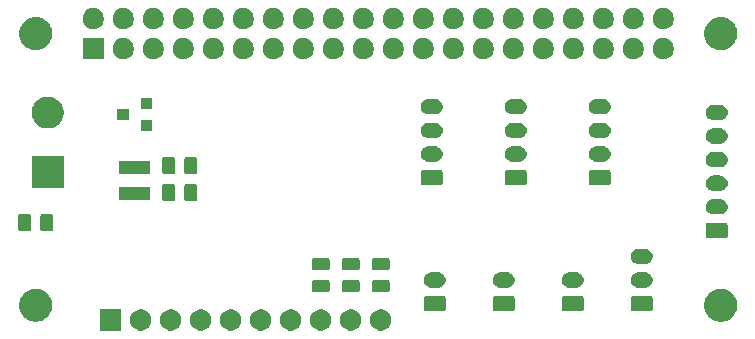
<source format=gts>
G04 #@! TF.GenerationSoftware,KiCad,Pcbnew,5.1.5+dfsg1-2build2*
G04 #@! TF.CreationDate,2020-05-27T11:23:31-04:00*
G04 #@! TF.ProjectId,pidroponic_uHAT,70696472-6f70-46f6-9e69-635f75484154,1.0*
G04 #@! TF.SameCoordinates,Original*
G04 #@! TF.FileFunction,Soldermask,Top*
G04 #@! TF.FilePolarity,Negative*
%FSLAX46Y46*%
G04 Gerber Fmt 4.6, Leading zero omitted, Abs format (unit mm)*
G04 Created by KiCad (PCBNEW 5.1.5+dfsg1-2build2) date 2020-05-27 11:23:31*
%MOMM*%
%LPD*%
G04 APERTURE LIST*
%ADD10C,0.050000*%
G04 APERTURE END LIST*
D10*
G36*
X128283000Y-119719000D02*
G01*
X126481000Y-119719000D01*
X126481000Y-117917000D01*
X128283000Y-117917000D01*
X128283000Y-119719000D01*
G37*
G36*
X147802013Y-117919242D02*
G01*
X147964812Y-117951624D01*
X148128784Y-118019544D01*
X148276354Y-118118147D01*
X148401853Y-118243646D01*
X148500456Y-118391216D01*
X148568376Y-118555188D01*
X148603000Y-118729259D01*
X148603000Y-118906741D01*
X148568376Y-119080812D01*
X148500456Y-119244784D01*
X148401853Y-119392354D01*
X148276354Y-119517853D01*
X148128784Y-119616456D01*
X147964812Y-119684376D01*
X147815512Y-119714073D01*
X147790742Y-119719000D01*
X147613258Y-119719000D01*
X147588488Y-119714073D01*
X147439188Y-119684376D01*
X147275216Y-119616456D01*
X147127646Y-119517853D01*
X147002147Y-119392354D01*
X146903544Y-119244784D01*
X146835624Y-119080812D01*
X146801000Y-118906741D01*
X146801000Y-118729259D01*
X146835624Y-118555188D01*
X146903544Y-118391216D01*
X147002147Y-118243646D01*
X147127646Y-118118147D01*
X147275216Y-118019544D01*
X147439188Y-117951624D01*
X147601987Y-117919242D01*
X147613258Y-117917000D01*
X147790742Y-117917000D01*
X147802013Y-117919242D01*
G37*
G36*
X150342013Y-117919242D02*
G01*
X150504812Y-117951624D01*
X150668784Y-118019544D01*
X150816354Y-118118147D01*
X150941853Y-118243646D01*
X151040456Y-118391216D01*
X151108376Y-118555188D01*
X151143000Y-118729259D01*
X151143000Y-118906741D01*
X151108376Y-119080812D01*
X151040456Y-119244784D01*
X150941853Y-119392354D01*
X150816354Y-119517853D01*
X150668784Y-119616456D01*
X150504812Y-119684376D01*
X150355512Y-119714073D01*
X150330742Y-119719000D01*
X150153258Y-119719000D01*
X150128488Y-119714073D01*
X149979188Y-119684376D01*
X149815216Y-119616456D01*
X149667646Y-119517853D01*
X149542147Y-119392354D01*
X149443544Y-119244784D01*
X149375624Y-119080812D01*
X149341000Y-118906741D01*
X149341000Y-118729259D01*
X149375624Y-118555188D01*
X149443544Y-118391216D01*
X149542147Y-118243646D01*
X149667646Y-118118147D01*
X149815216Y-118019544D01*
X149979188Y-117951624D01*
X150141987Y-117919242D01*
X150153258Y-117917000D01*
X150330742Y-117917000D01*
X150342013Y-117919242D01*
G37*
G36*
X145262013Y-117919242D02*
G01*
X145424812Y-117951624D01*
X145588784Y-118019544D01*
X145736354Y-118118147D01*
X145861853Y-118243646D01*
X145960456Y-118391216D01*
X146028376Y-118555188D01*
X146063000Y-118729259D01*
X146063000Y-118906741D01*
X146028376Y-119080812D01*
X145960456Y-119244784D01*
X145861853Y-119392354D01*
X145736354Y-119517853D01*
X145588784Y-119616456D01*
X145424812Y-119684376D01*
X145275512Y-119714073D01*
X145250742Y-119719000D01*
X145073258Y-119719000D01*
X145048488Y-119714073D01*
X144899188Y-119684376D01*
X144735216Y-119616456D01*
X144587646Y-119517853D01*
X144462147Y-119392354D01*
X144363544Y-119244784D01*
X144295624Y-119080812D01*
X144261000Y-118906741D01*
X144261000Y-118729259D01*
X144295624Y-118555188D01*
X144363544Y-118391216D01*
X144462147Y-118243646D01*
X144587646Y-118118147D01*
X144735216Y-118019544D01*
X144899188Y-117951624D01*
X145061987Y-117919242D01*
X145073258Y-117917000D01*
X145250742Y-117917000D01*
X145262013Y-117919242D01*
G37*
G36*
X142722013Y-117919242D02*
G01*
X142884812Y-117951624D01*
X143048784Y-118019544D01*
X143196354Y-118118147D01*
X143321853Y-118243646D01*
X143420456Y-118391216D01*
X143488376Y-118555188D01*
X143523000Y-118729259D01*
X143523000Y-118906741D01*
X143488376Y-119080812D01*
X143420456Y-119244784D01*
X143321853Y-119392354D01*
X143196354Y-119517853D01*
X143048784Y-119616456D01*
X142884812Y-119684376D01*
X142735512Y-119714073D01*
X142710742Y-119719000D01*
X142533258Y-119719000D01*
X142508488Y-119714073D01*
X142359188Y-119684376D01*
X142195216Y-119616456D01*
X142047646Y-119517853D01*
X141922147Y-119392354D01*
X141823544Y-119244784D01*
X141755624Y-119080812D01*
X141721000Y-118906741D01*
X141721000Y-118729259D01*
X141755624Y-118555188D01*
X141823544Y-118391216D01*
X141922147Y-118243646D01*
X142047646Y-118118147D01*
X142195216Y-118019544D01*
X142359188Y-117951624D01*
X142521987Y-117919242D01*
X142533258Y-117917000D01*
X142710742Y-117917000D01*
X142722013Y-117919242D01*
G37*
G36*
X140182013Y-117919242D02*
G01*
X140344812Y-117951624D01*
X140508784Y-118019544D01*
X140656354Y-118118147D01*
X140781853Y-118243646D01*
X140880456Y-118391216D01*
X140948376Y-118555188D01*
X140983000Y-118729259D01*
X140983000Y-118906741D01*
X140948376Y-119080812D01*
X140880456Y-119244784D01*
X140781853Y-119392354D01*
X140656354Y-119517853D01*
X140508784Y-119616456D01*
X140344812Y-119684376D01*
X140195512Y-119714073D01*
X140170742Y-119719000D01*
X139993258Y-119719000D01*
X139968488Y-119714073D01*
X139819188Y-119684376D01*
X139655216Y-119616456D01*
X139507646Y-119517853D01*
X139382147Y-119392354D01*
X139283544Y-119244784D01*
X139215624Y-119080812D01*
X139181000Y-118906741D01*
X139181000Y-118729259D01*
X139215624Y-118555188D01*
X139283544Y-118391216D01*
X139382147Y-118243646D01*
X139507646Y-118118147D01*
X139655216Y-118019544D01*
X139819188Y-117951624D01*
X139981987Y-117919242D01*
X139993258Y-117917000D01*
X140170742Y-117917000D01*
X140182013Y-117919242D01*
G37*
G36*
X135102013Y-117919242D02*
G01*
X135264812Y-117951624D01*
X135428784Y-118019544D01*
X135576354Y-118118147D01*
X135701853Y-118243646D01*
X135800456Y-118391216D01*
X135868376Y-118555188D01*
X135903000Y-118729259D01*
X135903000Y-118906741D01*
X135868376Y-119080812D01*
X135800456Y-119244784D01*
X135701853Y-119392354D01*
X135576354Y-119517853D01*
X135428784Y-119616456D01*
X135264812Y-119684376D01*
X135115512Y-119714073D01*
X135090742Y-119719000D01*
X134913258Y-119719000D01*
X134888488Y-119714073D01*
X134739188Y-119684376D01*
X134575216Y-119616456D01*
X134427646Y-119517853D01*
X134302147Y-119392354D01*
X134203544Y-119244784D01*
X134135624Y-119080812D01*
X134101000Y-118906741D01*
X134101000Y-118729259D01*
X134135624Y-118555188D01*
X134203544Y-118391216D01*
X134302147Y-118243646D01*
X134427646Y-118118147D01*
X134575216Y-118019544D01*
X134739188Y-117951624D01*
X134901987Y-117919242D01*
X134913258Y-117917000D01*
X135090742Y-117917000D01*
X135102013Y-117919242D01*
G37*
G36*
X137642013Y-117919242D02*
G01*
X137804812Y-117951624D01*
X137968784Y-118019544D01*
X138116354Y-118118147D01*
X138241853Y-118243646D01*
X138340456Y-118391216D01*
X138408376Y-118555188D01*
X138443000Y-118729259D01*
X138443000Y-118906741D01*
X138408376Y-119080812D01*
X138340456Y-119244784D01*
X138241853Y-119392354D01*
X138116354Y-119517853D01*
X137968784Y-119616456D01*
X137804812Y-119684376D01*
X137655512Y-119714073D01*
X137630742Y-119719000D01*
X137453258Y-119719000D01*
X137428488Y-119714073D01*
X137279188Y-119684376D01*
X137115216Y-119616456D01*
X136967646Y-119517853D01*
X136842147Y-119392354D01*
X136743544Y-119244784D01*
X136675624Y-119080812D01*
X136641000Y-118906741D01*
X136641000Y-118729259D01*
X136675624Y-118555188D01*
X136743544Y-118391216D01*
X136842147Y-118243646D01*
X136967646Y-118118147D01*
X137115216Y-118019544D01*
X137279188Y-117951624D01*
X137441987Y-117919242D01*
X137453258Y-117917000D01*
X137630742Y-117917000D01*
X137642013Y-117919242D01*
G37*
G36*
X130022013Y-117919242D02*
G01*
X130184812Y-117951624D01*
X130348784Y-118019544D01*
X130496354Y-118118147D01*
X130621853Y-118243646D01*
X130720456Y-118391216D01*
X130788376Y-118555188D01*
X130823000Y-118729259D01*
X130823000Y-118906741D01*
X130788376Y-119080812D01*
X130720456Y-119244784D01*
X130621853Y-119392354D01*
X130496354Y-119517853D01*
X130348784Y-119616456D01*
X130184812Y-119684376D01*
X130035512Y-119714073D01*
X130010742Y-119719000D01*
X129833258Y-119719000D01*
X129808488Y-119714073D01*
X129659188Y-119684376D01*
X129495216Y-119616456D01*
X129347646Y-119517853D01*
X129222147Y-119392354D01*
X129123544Y-119244784D01*
X129055624Y-119080812D01*
X129021000Y-118906741D01*
X129021000Y-118729259D01*
X129055624Y-118555188D01*
X129123544Y-118391216D01*
X129222147Y-118243646D01*
X129347646Y-118118147D01*
X129495216Y-118019544D01*
X129659188Y-117951624D01*
X129821987Y-117919242D01*
X129833258Y-117917000D01*
X130010742Y-117917000D01*
X130022013Y-117919242D01*
G37*
G36*
X132562013Y-117919242D02*
G01*
X132724812Y-117951624D01*
X132888784Y-118019544D01*
X133036354Y-118118147D01*
X133161853Y-118243646D01*
X133260456Y-118391216D01*
X133328376Y-118555188D01*
X133363000Y-118729259D01*
X133363000Y-118906741D01*
X133328376Y-119080812D01*
X133260456Y-119244784D01*
X133161853Y-119392354D01*
X133036354Y-119517853D01*
X132888784Y-119616456D01*
X132724812Y-119684376D01*
X132575512Y-119714073D01*
X132550742Y-119719000D01*
X132373258Y-119719000D01*
X132348488Y-119714073D01*
X132199188Y-119684376D01*
X132035216Y-119616456D01*
X131887646Y-119517853D01*
X131762147Y-119392354D01*
X131663544Y-119244784D01*
X131595624Y-119080812D01*
X131561000Y-118906741D01*
X131561000Y-118729259D01*
X131595624Y-118555188D01*
X131663544Y-118391216D01*
X131762147Y-118243646D01*
X131887646Y-118118147D01*
X132035216Y-118019544D01*
X132199188Y-117951624D01*
X132361987Y-117919242D01*
X132373258Y-117917000D01*
X132550742Y-117917000D01*
X132562013Y-117919242D01*
G37*
G36*
X121350433Y-116202893D02*
G01*
X121440657Y-116220839D01*
X121546267Y-116264585D01*
X121695621Y-116326449D01*
X121695622Y-116326450D01*
X121925086Y-116479772D01*
X122120228Y-116674914D01*
X122188439Y-116777000D01*
X122273551Y-116904379D01*
X122333144Y-117048249D01*
X122379161Y-117159343D01*
X122433000Y-117430014D01*
X122433000Y-117705986D01*
X122379161Y-117976657D01*
X122369677Y-117999553D01*
X122273551Y-118231621D01*
X122273550Y-118231622D01*
X122120228Y-118461086D01*
X121925086Y-118656228D01*
X121771763Y-118758675D01*
X121695621Y-118809551D01*
X121546267Y-118871415D01*
X121440657Y-118915161D01*
X121350433Y-118933107D01*
X121169988Y-118969000D01*
X120894012Y-118969000D01*
X120713567Y-118933107D01*
X120623343Y-118915161D01*
X120517733Y-118871415D01*
X120368379Y-118809551D01*
X120292237Y-118758675D01*
X120138914Y-118656228D01*
X119943772Y-118461086D01*
X119790450Y-118231622D01*
X119790449Y-118231621D01*
X119694323Y-117999553D01*
X119684839Y-117976657D01*
X119631000Y-117705986D01*
X119631000Y-117430014D01*
X119684839Y-117159343D01*
X119730856Y-117048249D01*
X119790449Y-116904379D01*
X119875561Y-116777000D01*
X119943772Y-116674914D01*
X120138914Y-116479772D01*
X120368378Y-116326450D01*
X120368379Y-116326449D01*
X120517733Y-116264585D01*
X120623343Y-116220839D01*
X120713567Y-116202893D01*
X120894012Y-116167000D01*
X121169988Y-116167000D01*
X121350433Y-116202893D01*
G37*
G36*
X179350433Y-116202893D02*
G01*
X179440657Y-116220839D01*
X179546267Y-116264585D01*
X179695621Y-116326449D01*
X179695622Y-116326450D01*
X179925086Y-116479772D01*
X180120228Y-116674914D01*
X180188439Y-116777000D01*
X180273551Y-116904379D01*
X180333144Y-117048249D01*
X180379161Y-117159343D01*
X180433000Y-117430014D01*
X180433000Y-117705986D01*
X180379161Y-117976657D01*
X180369677Y-117999553D01*
X180273551Y-118231621D01*
X180273550Y-118231622D01*
X180120228Y-118461086D01*
X179925086Y-118656228D01*
X179771763Y-118758675D01*
X179695621Y-118809551D01*
X179546267Y-118871415D01*
X179440657Y-118915161D01*
X179350433Y-118933107D01*
X179169988Y-118969000D01*
X178894012Y-118969000D01*
X178713567Y-118933107D01*
X178623343Y-118915161D01*
X178517733Y-118871415D01*
X178368379Y-118809551D01*
X178292237Y-118758675D01*
X178138914Y-118656228D01*
X177943772Y-118461086D01*
X177790450Y-118231622D01*
X177790449Y-118231621D01*
X177694323Y-117999553D01*
X177684839Y-117976657D01*
X177631000Y-117705986D01*
X177631000Y-117430014D01*
X177684839Y-117159343D01*
X177730856Y-117048249D01*
X177790449Y-116904379D01*
X177875561Y-116777000D01*
X177943772Y-116674914D01*
X178138914Y-116479772D01*
X178368378Y-116326450D01*
X178368379Y-116326449D01*
X178517733Y-116264585D01*
X178623343Y-116220839D01*
X178713567Y-116202893D01*
X178894012Y-116167000D01*
X179169988Y-116167000D01*
X179350433Y-116202893D01*
G37*
G36*
X173106242Y-116781404D02*
G01*
X173143337Y-116792657D01*
X173177515Y-116810925D01*
X173207481Y-116835519D01*
X173232075Y-116865485D01*
X173250343Y-116899663D01*
X173261596Y-116936758D01*
X173266000Y-116981474D01*
X173266000Y-117874526D01*
X173261596Y-117919242D01*
X173250343Y-117956337D01*
X173232075Y-117990515D01*
X173207481Y-118020481D01*
X173177515Y-118045075D01*
X173143337Y-118063343D01*
X173106242Y-118074596D01*
X173061526Y-118079000D01*
X171618474Y-118079000D01*
X171573758Y-118074596D01*
X171536663Y-118063343D01*
X171502485Y-118045075D01*
X171472519Y-118020481D01*
X171447925Y-117990515D01*
X171429657Y-117956337D01*
X171418404Y-117919242D01*
X171414000Y-117874526D01*
X171414000Y-116981474D01*
X171418404Y-116936758D01*
X171429657Y-116899663D01*
X171447925Y-116865485D01*
X171472519Y-116835519D01*
X171502485Y-116810925D01*
X171536663Y-116792657D01*
X171573758Y-116781404D01*
X171618474Y-116777000D01*
X173061526Y-116777000D01*
X173106242Y-116781404D01*
G37*
G36*
X155580242Y-116781404D02*
G01*
X155617337Y-116792657D01*
X155651515Y-116810925D01*
X155681481Y-116835519D01*
X155706075Y-116865485D01*
X155724343Y-116899663D01*
X155735596Y-116936758D01*
X155740000Y-116981474D01*
X155740000Y-117874526D01*
X155735596Y-117919242D01*
X155724343Y-117956337D01*
X155706075Y-117990515D01*
X155681481Y-118020481D01*
X155651515Y-118045075D01*
X155617337Y-118063343D01*
X155580242Y-118074596D01*
X155535526Y-118079000D01*
X154092474Y-118079000D01*
X154047758Y-118074596D01*
X154010663Y-118063343D01*
X153976485Y-118045075D01*
X153946519Y-118020481D01*
X153921925Y-117990515D01*
X153903657Y-117956337D01*
X153892404Y-117919242D01*
X153888000Y-117874526D01*
X153888000Y-116981474D01*
X153892404Y-116936758D01*
X153903657Y-116899663D01*
X153921925Y-116865485D01*
X153946519Y-116835519D01*
X153976485Y-116810925D01*
X154010663Y-116792657D01*
X154047758Y-116781404D01*
X154092474Y-116777000D01*
X155535526Y-116777000D01*
X155580242Y-116781404D01*
G37*
G36*
X161422242Y-116781404D02*
G01*
X161459337Y-116792657D01*
X161493515Y-116810925D01*
X161523481Y-116835519D01*
X161548075Y-116865485D01*
X161566343Y-116899663D01*
X161577596Y-116936758D01*
X161582000Y-116981474D01*
X161582000Y-117874526D01*
X161577596Y-117919242D01*
X161566343Y-117956337D01*
X161548075Y-117990515D01*
X161523481Y-118020481D01*
X161493515Y-118045075D01*
X161459337Y-118063343D01*
X161422242Y-118074596D01*
X161377526Y-118079000D01*
X159934474Y-118079000D01*
X159889758Y-118074596D01*
X159852663Y-118063343D01*
X159818485Y-118045075D01*
X159788519Y-118020481D01*
X159763925Y-117990515D01*
X159745657Y-117956337D01*
X159734404Y-117919242D01*
X159730000Y-117874526D01*
X159730000Y-116981474D01*
X159734404Y-116936758D01*
X159745657Y-116899663D01*
X159763925Y-116865485D01*
X159788519Y-116835519D01*
X159818485Y-116810925D01*
X159852663Y-116792657D01*
X159889758Y-116781404D01*
X159934474Y-116777000D01*
X161377526Y-116777000D01*
X161422242Y-116781404D01*
G37*
G36*
X167264242Y-116781404D02*
G01*
X167301337Y-116792657D01*
X167335515Y-116810925D01*
X167365481Y-116835519D01*
X167390075Y-116865485D01*
X167408343Y-116899663D01*
X167419596Y-116936758D01*
X167424000Y-116981474D01*
X167424000Y-117874526D01*
X167419596Y-117919242D01*
X167408343Y-117956337D01*
X167390075Y-117990515D01*
X167365481Y-118020481D01*
X167335515Y-118045075D01*
X167301337Y-118063343D01*
X167264242Y-118074596D01*
X167219526Y-118079000D01*
X165776474Y-118079000D01*
X165731758Y-118074596D01*
X165694663Y-118063343D01*
X165660485Y-118045075D01*
X165630519Y-118020481D01*
X165605925Y-117990515D01*
X165587657Y-117956337D01*
X165576404Y-117919242D01*
X165572000Y-117874526D01*
X165572000Y-116981474D01*
X165576404Y-116936758D01*
X165587657Y-116899663D01*
X165605925Y-116865485D01*
X165630519Y-116835519D01*
X165660485Y-116810925D01*
X165694663Y-116792657D01*
X165731758Y-116781404D01*
X165776474Y-116777000D01*
X167219526Y-116777000D01*
X167264242Y-116781404D01*
G37*
G36*
X150826468Y-115418565D02*
G01*
X150865138Y-115430296D01*
X150900777Y-115449346D01*
X150932017Y-115474983D01*
X150957654Y-115506223D01*
X150976704Y-115541862D01*
X150988435Y-115580532D01*
X150993000Y-115626888D01*
X150993000Y-116278112D01*
X150988435Y-116324468D01*
X150976704Y-116363138D01*
X150957654Y-116398777D01*
X150932017Y-116430017D01*
X150900777Y-116455654D01*
X150865138Y-116474704D01*
X150826468Y-116486435D01*
X150780112Y-116491000D01*
X149703888Y-116491000D01*
X149657532Y-116486435D01*
X149618862Y-116474704D01*
X149583223Y-116455654D01*
X149551983Y-116430017D01*
X149526346Y-116398777D01*
X149507296Y-116363138D01*
X149495565Y-116324468D01*
X149491000Y-116278112D01*
X149491000Y-115626888D01*
X149495565Y-115580532D01*
X149507296Y-115541862D01*
X149526346Y-115506223D01*
X149551983Y-115474983D01*
X149583223Y-115449346D01*
X149618862Y-115430296D01*
X149657532Y-115418565D01*
X149703888Y-115414000D01*
X150780112Y-115414000D01*
X150826468Y-115418565D01*
G37*
G36*
X148286468Y-115418565D02*
G01*
X148325138Y-115430296D01*
X148360777Y-115449346D01*
X148392017Y-115474983D01*
X148417654Y-115506223D01*
X148436704Y-115541862D01*
X148448435Y-115580532D01*
X148453000Y-115626888D01*
X148453000Y-116278112D01*
X148448435Y-116324468D01*
X148436704Y-116363138D01*
X148417654Y-116398777D01*
X148392017Y-116430017D01*
X148360777Y-116455654D01*
X148325138Y-116474704D01*
X148286468Y-116486435D01*
X148240112Y-116491000D01*
X147163888Y-116491000D01*
X147117532Y-116486435D01*
X147078862Y-116474704D01*
X147043223Y-116455654D01*
X147011983Y-116430017D01*
X146986346Y-116398777D01*
X146967296Y-116363138D01*
X146955565Y-116324468D01*
X146951000Y-116278112D01*
X146951000Y-115626888D01*
X146955565Y-115580532D01*
X146967296Y-115541862D01*
X146986346Y-115506223D01*
X147011983Y-115474983D01*
X147043223Y-115449346D01*
X147078862Y-115430296D01*
X147117532Y-115418565D01*
X147163888Y-115414000D01*
X148240112Y-115414000D01*
X148286468Y-115418565D01*
G37*
G36*
X145746468Y-115418565D02*
G01*
X145785138Y-115430296D01*
X145820777Y-115449346D01*
X145852017Y-115474983D01*
X145877654Y-115506223D01*
X145896704Y-115541862D01*
X145908435Y-115580532D01*
X145913000Y-115626888D01*
X145913000Y-116278112D01*
X145908435Y-116324468D01*
X145896704Y-116363138D01*
X145877654Y-116398777D01*
X145852017Y-116430017D01*
X145820777Y-116455654D01*
X145785138Y-116474704D01*
X145746468Y-116486435D01*
X145700112Y-116491000D01*
X144623888Y-116491000D01*
X144577532Y-116486435D01*
X144538862Y-116474704D01*
X144503223Y-116455654D01*
X144471983Y-116430017D01*
X144446346Y-116398777D01*
X144427296Y-116363138D01*
X144415565Y-116324468D01*
X144411000Y-116278112D01*
X144411000Y-115626888D01*
X144415565Y-115580532D01*
X144427296Y-115541862D01*
X144446346Y-115506223D01*
X144471983Y-115474983D01*
X144503223Y-115449346D01*
X144538862Y-115430296D01*
X144577532Y-115418565D01*
X144623888Y-115414000D01*
X145700112Y-115414000D01*
X145746468Y-115418565D01*
G37*
G36*
X166836855Y-114780140D02*
G01*
X166900618Y-114786420D01*
X166991404Y-114813960D01*
X167023336Y-114823646D01*
X167136425Y-114884094D01*
X167235554Y-114965446D01*
X167316906Y-115064575D01*
X167377354Y-115177664D01*
X167377355Y-115177668D01*
X167414580Y-115300382D01*
X167427149Y-115428000D01*
X167414580Y-115555618D01*
X167407119Y-115580212D01*
X167377354Y-115678336D01*
X167316906Y-115791425D01*
X167235554Y-115890554D01*
X167136425Y-115971906D01*
X167023336Y-116032354D01*
X166991404Y-116042040D01*
X166900618Y-116069580D01*
X166836855Y-116075860D01*
X166804974Y-116079000D01*
X166191026Y-116079000D01*
X166159145Y-116075860D01*
X166095382Y-116069580D01*
X166004596Y-116042040D01*
X165972664Y-116032354D01*
X165859575Y-115971906D01*
X165760446Y-115890554D01*
X165679094Y-115791425D01*
X165618646Y-115678336D01*
X165588881Y-115580212D01*
X165581420Y-115555618D01*
X165568851Y-115428000D01*
X165581420Y-115300382D01*
X165618645Y-115177668D01*
X165618646Y-115177664D01*
X165679094Y-115064575D01*
X165760446Y-114965446D01*
X165859575Y-114884094D01*
X165972664Y-114823646D01*
X166004596Y-114813960D01*
X166095382Y-114786420D01*
X166159145Y-114780140D01*
X166191026Y-114777000D01*
X166804974Y-114777000D01*
X166836855Y-114780140D01*
G37*
G36*
X160994855Y-114780140D02*
G01*
X161058618Y-114786420D01*
X161149404Y-114813960D01*
X161181336Y-114823646D01*
X161294425Y-114884094D01*
X161393554Y-114965446D01*
X161474906Y-115064575D01*
X161535354Y-115177664D01*
X161535355Y-115177668D01*
X161572580Y-115300382D01*
X161585149Y-115428000D01*
X161572580Y-115555618D01*
X161565119Y-115580212D01*
X161535354Y-115678336D01*
X161474906Y-115791425D01*
X161393554Y-115890554D01*
X161294425Y-115971906D01*
X161181336Y-116032354D01*
X161149404Y-116042040D01*
X161058618Y-116069580D01*
X160994855Y-116075860D01*
X160962974Y-116079000D01*
X160349026Y-116079000D01*
X160317145Y-116075860D01*
X160253382Y-116069580D01*
X160162596Y-116042040D01*
X160130664Y-116032354D01*
X160017575Y-115971906D01*
X159918446Y-115890554D01*
X159837094Y-115791425D01*
X159776646Y-115678336D01*
X159746881Y-115580212D01*
X159739420Y-115555618D01*
X159726851Y-115428000D01*
X159739420Y-115300382D01*
X159776645Y-115177668D01*
X159776646Y-115177664D01*
X159837094Y-115064575D01*
X159918446Y-114965446D01*
X160017575Y-114884094D01*
X160130664Y-114823646D01*
X160162596Y-114813960D01*
X160253382Y-114786420D01*
X160317145Y-114780140D01*
X160349026Y-114777000D01*
X160962974Y-114777000D01*
X160994855Y-114780140D01*
G37*
G36*
X155152855Y-114780140D02*
G01*
X155216618Y-114786420D01*
X155307404Y-114813960D01*
X155339336Y-114823646D01*
X155452425Y-114884094D01*
X155551554Y-114965446D01*
X155632906Y-115064575D01*
X155693354Y-115177664D01*
X155693355Y-115177668D01*
X155730580Y-115300382D01*
X155743149Y-115428000D01*
X155730580Y-115555618D01*
X155723119Y-115580212D01*
X155693354Y-115678336D01*
X155632906Y-115791425D01*
X155551554Y-115890554D01*
X155452425Y-115971906D01*
X155339336Y-116032354D01*
X155307404Y-116042040D01*
X155216618Y-116069580D01*
X155152855Y-116075860D01*
X155120974Y-116079000D01*
X154507026Y-116079000D01*
X154475145Y-116075860D01*
X154411382Y-116069580D01*
X154320596Y-116042040D01*
X154288664Y-116032354D01*
X154175575Y-115971906D01*
X154076446Y-115890554D01*
X153995094Y-115791425D01*
X153934646Y-115678336D01*
X153904881Y-115580212D01*
X153897420Y-115555618D01*
X153884851Y-115428000D01*
X153897420Y-115300382D01*
X153934645Y-115177668D01*
X153934646Y-115177664D01*
X153995094Y-115064575D01*
X154076446Y-114965446D01*
X154175575Y-114884094D01*
X154288664Y-114823646D01*
X154320596Y-114813960D01*
X154411382Y-114786420D01*
X154475145Y-114780140D01*
X154507026Y-114777000D01*
X155120974Y-114777000D01*
X155152855Y-114780140D01*
G37*
G36*
X172678855Y-114780140D02*
G01*
X172742618Y-114786420D01*
X172833404Y-114813960D01*
X172865336Y-114823646D01*
X172978425Y-114884094D01*
X173077554Y-114965446D01*
X173158906Y-115064575D01*
X173219354Y-115177664D01*
X173219355Y-115177668D01*
X173256580Y-115300382D01*
X173269149Y-115428000D01*
X173256580Y-115555618D01*
X173249119Y-115580212D01*
X173219354Y-115678336D01*
X173158906Y-115791425D01*
X173077554Y-115890554D01*
X172978425Y-115971906D01*
X172865336Y-116032354D01*
X172833404Y-116042040D01*
X172742618Y-116069580D01*
X172678855Y-116075860D01*
X172646974Y-116079000D01*
X172033026Y-116079000D01*
X172001145Y-116075860D01*
X171937382Y-116069580D01*
X171846596Y-116042040D01*
X171814664Y-116032354D01*
X171701575Y-115971906D01*
X171602446Y-115890554D01*
X171521094Y-115791425D01*
X171460646Y-115678336D01*
X171430881Y-115580212D01*
X171423420Y-115555618D01*
X171410851Y-115428000D01*
X171423420Y-115300382D01*
X171460645Y-115177668D01*
X171460646Y-115177664D01*
X171521094Y-115064575D01*
X171602446Y-114965446D01*
X171701575Y-114884094D01*
X171814664Y-114823646D01*
X171846596Y-114813960D01*
X171937382Y-114786420D01*
X172001145Y-114780140D01*
X172033026Y-114777000D01*
X172646974Y-114777000D01*
X172678855Y-114780140D01*
G37*
G36*
X145746468Y-113543565D02*
G01*
X145785138Y-113555296D01*
X145820777Y-113574346D01*
X145852017Y-113599983D01*
X145877654Y-113631223D01*
X145896704Y-113666862D01*
X145908435Y-113705532D01*
X145913000Y-113751888D01*
X145913000Y-114403112D01*
X145908435Y-114449468D01*
X145896704Y-114488138D01*
X145877654Y-114523777D01*
X145852017Y-114555017D01*
X145820777Y-114580654D01*
X145785138Y-114599704D01*
X145746468Y-114611435D01*
X145700112Y-114616000D01*
X144623888Y-114616000D01*
X144577532Y-114611435D01*
X144538862Y-114599704D01*
X144503223Y-114580654D01*
X144471983Y-114555017D01*
X144446346Y-114523777D01*
X144427296Y-114488138D01*
X144415565Y-114449468D01*
X144411000Y-114403112D01*
X144411000Y-113751888D01*
X144415565Y-113705532D01*
X144427296Y-113666862D01*
X144446346Y-113631223D01*
X144471983Y-113599983D01*
X144503223Y-113574346D01*
X144538862Y-113555296D01*
X144577532Y-113543565D01*
X144623888Y-113539000D01*
X145700112Y-113539000D01*
X145746468Y-113543565D01*
G37*
G36*
X148286468Y-113543565D02*
G01*
X148325138Y-113555296D01*
X148360777Y-113574346D01*
X148392017Y-113599983D01*
X148417654Y-113631223D01*
X148436704Y-113666862D01*
X148448435Y-113705532D01*
X148453000Y-113751888D01*
X148453000Y-114403112D01*
X148448435Y-114449468D01*
X148436704Y-114488138D01*
X148417654Y-114523777D01*
X148392017Y-114555017D01*
X148360777Y-114580654D01*
X148325138Y-114599704D01*
X148286468Y-114611435D01*
X148240112Y-114616000D01*
X147163888Y-114616000D01*
X147117532Y-114611435D01*
X147078862Y-114599704D01*
X147043223Y-114580654D01*
X147011983Y-114555017D01*
X146986346Y-114523777D01*
X146967296Y-114488138D01*
X146955565Y-114449468D01*
X146951000Y-114403112D01*
X146951000Y-113751888D01*
X146955565Y-113705532D01*
X146967296Y-113666862D01*
X146986346Y-113631223D01*
X147011983Y-113599983D01*
X147043223Y-113574346D01*
X147078862Y-113555296D01*
X147117532Y-113543565D01*
X147163888Y-113539000D01*
X148240112Y-113539000D01*
X148286468Y-113543565D01*
G37*
G36*
X150826468Y-113543565D02*
G01*
X150865138Y-113555296D01*
X150900777Y-113574346D01*
X150932017Y-113599983D01*
X150957654Y-113631223D01*
X150976704Y-113666862D01*
X150988435Y-113705532D01*
X150993000Y-113751888D01*
X150993000Y-114403112D01*
X150988435Y-114449468D01*
X150976704Y-114488138D01*
X150957654Y-114523777D01*
X150932017Y-114555017D01*
X150900777Y-114580654D01*
X150865138Y-114599704D01*
X150826468Y-114611435D01*
X150780112Y-114616000D01*
X149703888Y-114616000D01*
X149657532Y-114611435D01*
X149618862Y-114599704D01*
X149583223Y-114580654D01*
X149551983Y-114555017D01*
X149526346Y-114523777D01*
X149507296Y-114488138D01*
X149495565Y-114449468D01*
X149491000Y-114403112D01*
X149491000Y-113751888D01*
X149495565Y-113705532D01*
X149507296Y-113666862D01*
X149526346Y-113631223D01*
X149551983Y-113599983D01*
X149583223Y-113574346D01*
X149618862Y-113555296D01*
X149657532Y-113543565D01*
X149703888Y-113539000D01*
X150780112Y-113539000D01*
X150826468Y-113543565D01*
G37*
G36*
X172678855Y-112780140D02*
G01*
X172742618Y-112786420D01*
X172833404Y-112813960D01*
X172865336Y-112823646D01*
X172978425Y-112884094D01*
X173077554Y-112965446D01*
X173158906Y-113064575D01*
X173219354Y-113177664D01*
X173219355Y-113177668D01*
X173256580Y-113300382D01*
X173269149Y-113428000D01*
X173256580Y-113555618D01*
X173247856Y-113584377D01*
X173219354Y-113678336D01*
X173158906Y-113791425D01*
X173077554Y-113890554D01*
X172978425Y-113971906D01*
X172865336Y-114032354D01*
X172833404Y-114042040D01*
X172742618Y-114069580D01*
X172678855Y-114075860D01*
X172646974Y-114079000D01*
X172033026Y-114079000D01*
X172001145Y-114075860D01*
X171937382Y-114069580D01*
X171846596Y-114042040D01*
X171814664Y-114032354D01*
X171701575Y-113971906D01*
X171602446Y-113890554D01*
X171521094Y-113791425D01*
X171460646Y-113678336D01*
X171432144Y-113584377D01*
X171423420Y-113555618D01*
X171410851Y-113428000D01*
X171423420Y-113300382D01*
X171460645Y-113177668D01*
X171460646Y-113177664D01*
X171521094Y-113064575D01*
X171602446Y-112965446D01*
X171701575Y-112884094D01*
X171814664Y-112823646D01*
X171846596Y-112813960D01*
X171937382Y-112786420D01*
X172001145Y-112780140D01*
X172033026Y-112777000D01*
X172646974Y-112777000D01*
X172678855Y-112780140D01*
G37*
G36*
X179456242Y-110589404D02*
G01*
X179493337Y-110600657D01*
X179527515Y-110618925D01*
X179557481Y-110643519D01*
X179582075Y-110673485D01*
X179600343Y-110707663D01*
X179611596Y-110744758D01*
X179616000Y-110789474D01*
X179616000Y-111682526D01*
X179611596Y-111727242D01*
X179600343Y-111764337D01*
X179582075Y-111798515D01*
X179557481Y-111828481D01*
X179527515Y-111853075D01*
X179493337Y-111871343D01*
X179456242Y-111882596D01*
X179411526Y-111887000D01*
X177968474Y-111887000D01*
X177923758Y-111882596D01*
X177886663Y-111871343D01*
X177852485Y-111853075D01*
X177822519Y-111828481D01*
X177797925Y-111798515D01*
X177779657Y-111764337D01*
X177768404Y-111727242D01*
X177764000Y-111682526D01*
X177764000Y-110789474D01*
X177768404Y-110744758D01*
X177779657Y-110707663D01*
X177797925Y-110673485D01*
X177822519Y-110643519D01*
X177852485Y-110618925D01*
X177886663Y-110600657D01*
X177923758Y-110589404D01*
X177968474Y-110585000D01*
X179411526Y-110585000D01*
X179456242Y-110589404D01*
G37*
G36*
X120466468Y-109823565D02*
G01*
X120505138Y-109835296D01*
X120540777Y-109854346D01*
X120572017Y-109879983D01*
X120597654Y-109911223D01*
X120616704Y-109946862D01*
X120628435Y-109985532D01*
X120633000Y-110031888D01*
X120633000Y-111108112D01*
X120628435Y-111154468D01*
X120616704Y-111193138D01*
X120597654Y-111228777D01*
X120572017Y-111260017D01*
X120540777Y-111285654D01*
X120505138Y-111304704D01*
X120466468Y-111316435D01*
X120420112Y-111321000D01*
X119768888Y-111321000D01*
X119722532Y-111316435D01*
X119683862Y-111304704D01*
X119648223Y-111285654D01*
X119616983Y-111260017D01*
X119591346Y-111228777D01*
X119572296Y-111193138D01*
X119560565Y-111154468D01*
X119556000Y-111108112D01*
X119556000Y-110031888D01*
X119560565Y-109985532D01*
X119572296Y-109946862D01*
X119591346Y-109911223D01*
X119616983Y-109879983D01*
X119648223Y-109854346D01*
X119683862Y-109835296D01*
X119722532Y-109823565D01*
X119768888Y-109819000D01*
X120420112Y-109819000D01*
X120466468Y-109823565D01*
G37*
G36*
X122341468Y-109823565D02*
G01*
X122380138Y-109835296D01*
X122415777Y-109854346D01*
X122447017Y-109879983D01*
X122472654Y-109911223D01*
X122491704Y-109946862D01*
X122503435Y-109985532D01*
X122508000Y-110031888D01*
X122508000Y-111108112D01*
X122503435Y-111154468D01*
X122491704Y-111193138D01*
X122472654Y-111228777D01*
X122447017Y-111260017D01*
X122415777Y-111285654D01*
X122380138Y-111304704D01*
X122341468Y-111316435D01*
X122295112Y-111321000D01*
X121643888Y-111321000D01*
X121597532Y-111316435D01*
X121558862Y-111304704D01*
X121523223Y-111285654D01*
X121491983Y-111260017D01*
X121466346Y-111228777D01*
X121447296Y-111193138D01*
X121435565Y-111154468D01*
X121431000Y-111108112D01*
X121431000Y-110031888D01*
X121435565Y-109985532D01*
X121447296Y-109946862D01*
X121466346Y-109911223D01*
X121491983Y-109879983D01*
X121523223Y-109854346D01*
X121558862Y-109835296D01*
X121597532Y-109823565D01*
X121643888Y-109819000D01*
X122295112Y-109819000D01*
X122341468Y-109823565D01*
G37*
G36*
X179028855Y-108588140D02*
G01*
X179092618Y-108594420D01*
X179158707Y-108614468D01*
X179215336Y-108631646D01*
X179328425Y-108692094D01*
X179427554Y-108773446D01*
X179508906Y-108872575D01*
X179569354Y-108985664D01*
X179569355Y-108985668D01*
X179606580Y-109108382D01*
X179619149Y-109236000D01*
X179606580Y-109363618D01*
X179579040Y-109454404D01*
X179569354Y-109486336D01*
X179508906Y-109599425D01*
X179427554Y-109698554D01*
X179328425Y-109779906D01*
X179215336Y-109840354D01*
X179183404Y-109850040D01*
X179092618Y-109877580D01*
X179028855Y-109883860D01*
X178996974Y-109887000D01*
X178383026Y-109887000D01*
X178351145Y-109883860D01*
X178287382Y-109877580D01*
X178196596Y-109850040D01*
X178164664Y-109840354D01*
X178051575Y-109779906D01*
X177952446Y-109698554D01*
X177871094Y-109599425D01*
X177810646Y-109486336D01*
X177800960Y-109454404D01*
X177773420Y-109363618D01*
X177760851Y-109236000D01*
X177773420Y-109108382D01*
X177810645Y-108985668D01*
X177810646Y-108985664D01*
X177871094Y-108872575D01*
X177952446Y-108773446D01*
X178051575Y-108692094D01*
X178164664Y-108631646D01*
X178221293Y-108614468D01*
X178287382Y-108594420D01*
X178351145Y-108588140D01*
X178383026Y-108585000D01*
X178996974Y-108585000D01*
X179028855Y-108588140D01*
G37*
G36*
X132658468Y-107283565D02*
G01*
X132697138Y-107295296D01*
X132732777Y-107314346D01*
X132764017Y-107339983D01*
X132789654Y-107371223D01*
X132808704Y-107406862D01*
X132820435Y-107445532D01*
X132825000Y-107491888D01*
X132825000Y-108568112D01*
X132820435Y-108614468D01*
X132808704Y-108653138D01*
X132789654Y-108688777D01*
X132764017Y-108720017D01*
X132732777Y-108745654D01*
X132697138Y-108764704D01*
X132658468Y-108776435D01*
X132612112Y-108781000D01*
X131960888Y-108781000D01*
X131914532Y-108776435D01*
X131875862Y-108764704D01*
X131840223Y-108745654D01*
X131808983Y-108720017D01*
X131783346Y-108688777D01*
X131764296Y-108653138D01*
X131752565Y-108614468D01*
X131748000Y-108568112D01*
X131748000Y-107491888D01*
X131752565Y-107445532D01*
X131764296Y-107406862D01*
X131783346Y-107371223D01*
X131808983Y-107339983D01*
X131840223Y-107314346D01*
X131875862Y-107295296D01*
X131914532Y-107283565D01*
X131960888Y-107279000D01*
X132612112Y-107279000D01*
X132658468Y-107283565D01*
G37*
G36*
X134533468Y-107283565D02*
G01*
X134572138Y-107295296D01*
X134607777Y-107314346D01*
X134639017Y-107339983D01*
X134664654Y-107371223D01*
X134683704Y-107406862D01*
X134695435Y-107445532D01*
X134700000Y-107491888D01*
X134700000Y-108568112D01*
X134695435Y-108614468D01*
X134683704Y-108653138D01*
X134664654Y-108688777D01*
X134639017Y-108720017D01*
X134607777Y-108745654D01*
X134572138Y-108764704D01*
X134533468Y-108776435D01*
X134487112Y-108781000D01*
X133835888Y-108781000D01*
X133789532Y-108776435D01*
X133750862Y-108764704D01*
X133715223Y-108745654D01*
X133683983Y-108720017D01*
X133658346Y-108688777D01*
X133639296Y-108653138D01*
X133627565Y-108614468D01*
X133623000Y-108568112D01*
X133623000Y-107491888D01*
X133627565Y-107445532D01*
X133639296Y-107406862D01*
X133658346Y-107371223D01*
X133683983Y-107339983D01*
X133715223Y-107314346D01*
X133750862Y-107295296D01*
X133789532Y-107283565D01*
X133835888Y-107279000D01*
X134487112Y-107279000D01*
X134533468Y-107283565D01*
G37*
G36*
X130740000Y-108695000D02*
G01*
X128088000Y-108695000D01*
X128088000Y-107533000D01*
X130740000Y-107533000D01*
X130740000Y-108695000D01*
G37*
G36*
X179028855Y-106588140D02*
G01*
X179092618Y-106594420D01*
X179183404Y-106621960D01*
X179215336Y-106631646D01*
X179328425Y-106692094D01*
X179427554Y-106773446D01*
X179508906Y-106872575D01*
X179569354Y-106985664D01*
X179569355Y-106985668D01*
X179606580Y-107108382D01*
X179619149Y-107236000D01*
X179606580Y-107363618D01*
X179581829Y-107445212D01*
X179569354Y-107486336D01*
X179508906Y-107599425D01*
X179427554Y-107698554D01*
X179328425Y-107779906D01*
X179215336Y-107840354D01*
X179183404Y-107850040D01*
X179092618Y-107877580D01*
X179028855Y-107883860D01*
X178996974Y-107887000D01*
X178383026Y-107887000D01*
X178351145Y-107883860D01*
X178287382Y-107877580D01*
X178196596Y-107850040D01*
X178164664Y-107840354D01*
X178051575Y-107779906D01*
X177952446Y-107698554D01*
X177871094Y-107599425D01*
X177810646Y-107486336D01*
X177798171Y-107445212D01*
X177773420Y-107363618D01*
X177760851Y-107236000D01*
X177773420Y-107108382D01*
X177810645Y-106985668D01*
X177810646Y-106985664D01*
X177871094Y-106872575D01*
X177952446Y-106773446D01*
X178051575Y-106692094D01*
X178164664Y-106631646D01*
X178196596Y-106621960D01*
X178287382Y-106594420D01*
X178351145Y-106588140D01*
X178383026Y-106585000D01*
X178996974Y-106585000D01*
X179028855Y-106588140D01*
G37*
G36*
X123399000Y-107603000D02*
G01*
X120697000Y-107603000D01*
X120697000Y-104901000D01*
X123399000Y-104901000D01*
X123399000Y-107603000D01*
G37*
G36*
X162438242Y-106113404D02*
G01*
X162475337Y-106124657D01*
X162509515Y-106142925D01*
X162539481Y-106167519D01*
X162564075Y-106197485D01*
X162582343Y-106231663D01*
X162593596Y-106268758D01*
X162598000Y-106313474D01*
X162598000Y-107206526D01*
X162593596Y-107251242D01*
X162582343Y-107288337D01*
X162564075Y-107322515D01*
X162539481Y-107352481D01*
X162509515Y-107377075D01*
X162475337Y-107395343D01*
X162438242Y-107406596D01*
X162393526Y-107411000D01*
X160950474Y-107411000D01*
X160905758Y-107406596D01*
X160868663Y-107395343D01*
X160834485Y-107377075D01*
X160804519Y-107352481D01*
X160779925Y-107322515D01*
X160761657Y-107288337D01*
X160750404Y-107251242D01*
X160746000Y-107206526D01*
X160746000Y-106313474D01*
X160750404Y-106268758D01*
X160761657Y-106231663D01*
X160779925Y-106197485D01*
X160804519Y-106167519D01*
X160834485Y-106142925D01*
X160868663Y-106124657D01*
X160905758Y-106113404D01*
X160950474Y-106109000D01*
X162393526Y-106109000D01*
X162438242Y-106113404D01*
G37*
G36*
X155326242Y-106113404D02*
G01*
X155363337Y-106124657D01*
X155397515Y-106142925D01*
X155427481Y-106167519D01*
X155452075Y-106197485D01*
X155470343Y-106231663D01*
X155481596Y-106268758D01*
X155486000Y-106313474D01*
X155486000Y-107206526D01*
X155481596Y-107251242D01*
X155470343Y-107288337D01*
X155452075Y-107322515D01*
X155427481Y-107352481D01*
X155397515Y-107377075D01*
X155363337Y-107395343D01*
X155326242Y-107406596D01*
X155281526Y-107411000D01*
X153838474Y-107411000D01*
X153793758Y-107406596D01*
X153756663Y-107395343D01*
X153722485Y-107377075D01*
X153692519Y-107352481D01*
X153667925Y-107322515D01*
X153649657Y-107288337D01*
X153638404Y-107251242D01*
X153634000Y-107206526D01*
X153634000Y-106313474D01*
X153638404Y-106268758D01*
X153649657Y-106231663D01*
X153667925Y-106197485D01*
X153692519Y-106167519D01*
X153722485Y-106142925D01*
X153756663Y-106124657D01*
X153793758Y-106113404D01*
X153838474Y-106109000D01*
X155281526Y-106109000D01*
X155326242Y-106113404D01*
G37*
G36*
X169550242Y-106113404D02*
G01*
X169587337Y-106124657D01*
X169621515Y-106142925D01*
X169651481Y-106167519D01*
X169676075Y-106197485D01*
X169694343Y-106231663D01*
X169705596Y-106268758D01*
X169710000Y-106313474D01*
X169710000Y-107206526D01*
X169705596Y-107251242D01*
X169694343Y-107288337D01*
X169676075Y-107322515D01*
X169651481Y-107352481D01*
X169621515Y-107377075D01*
X169587337Y-107395343D01*
X169550242Y-107406596D01*
X169505526Y-107411000D01*
X168062474Y-107411000D01*
X168017758Y-107406596D01*
X167980663Y-107395343D01*
X167946485Y-107377075D01*
X167916519Y-107352481D01*
X167891925Y-107322515D01*
X167873657Y-107288337D01*
X167862404Y-107251242D01*
X167858000Y-107206526D01*
X167858000Y-106313474D01*
X167862404Y-106268758D01*
X167873657Y-106231663D01*
X167891925Y-106197485D01*
X167916519Y-106167519D01*
X167946485Y-106142925D01*
X167980663Y-106124657D01*
X168017758Y-106113404D01*
X168062474Y-106109000D01*
X169505526Y-106109000D01*
X169550242Y-106113404D01*
G37*
G36*
X132658468Y-104997565D02*
G01*
X132697138Y-105009296D01*
X132732777Y-105028346D01*
X132764017Y-105053983D01*
X132789654Y-105085223D01*
X132808704Y-105120862D01*
X132820435Y-105159532D01*
X132825000Y-105205888D01*
X132825000Y-106282112D01*
X132820435Y-106328468D01*
X132808704Y-106367138D01*
X132789654Y-106402777D01*
X132764017Y-106434017D01*
X132732777Y-106459654D01*
X132697138Y-106478704D01*
X132658468Y-106490435D01*
X132612112Y-106495000D01*
X131960888Y-106495000D01*
X131914532Y-106490435D01*
X131875862Y-106478704D01*
X131840223Y-106459654D01*
X131808983Y-106434017D01*
X131783346Y-106402777D01*
X131764296Y-106367138D01*
X131752565Y-106328468D01*
X131748000Y-106282112D01*
X131748000Y-105205888D01*
X131752565Y-105159532D01*
X131764296Y-105120862D01*
X131783346Y-105085223D01*
X131808983Y-105053983D01*
X131840223Y-105028346D01*
X131875862Y-105009296D01*
X131914532Y-104997565D01*
X131960888Y-104993000D01*
X132612112Y-104993000D01*
X132658468Y-104997565D01*
G37*
G36*
X130740000Y-106495000D02*
G01*
X128088000Y-106495000D01*
X128088000Y-105333000D01*
X130740000Y-105333000D01*
X130740000Y-106495000D01*
G37*
G36*
X134533468Y-104997565D02*
G01*
X134572138Y-105009296D01*
X134607777Y-105028346D01*
X134639017Y-105053983D01*
X134664654Y-105085223D01*
X134683704Y-105120862D01*
X134695435Y-105159532D01*
X134700000Y-105205888D01*
X134700000Y-106282112D01*
X134695435Y-106328468D01*
X134683704Y-106367138D01*
X134664654Y-106402777D01*
X134639017Y-106434017D01*
X134607777Y-106459654D01*
X134572138Y-106478704D01*
X134533468Y-106490435D01*
X134487112Y-106495000D01*
X133835888Y-106495000D01*
X133789532Y-106490435D01*
X133750862Y-106478704D01*
X133715223Y-106459654D01*
X133683983Y-106434017D01*
X133658346Y-106402777D01*
X133639296Y-106367138D01*
X133627565Y-106328468D01*
X133623000Y-106282112D01*
X133623000Y-105205888D01*
X133627565Y-105159532D01*
X133639296Y-105120862D01*
X133658346Y-105085223D01*
X133683983Y-105053983D01*
X133715223Y-105028346D01*
X133750862Y-105009296D01*
X133789532Y-104997565D01*
X133835888Y-104993000D01*
X134487112Y-104993000D01*
X134533468Y-104997565D01*
G37*
G36*
X179028855Y-104588140D02*
G01*
X179092618Y-104594420D01*
X179183404Y-104621960D01*
X179215336Y-104631646D01*
X179328425Y-104692094D01*
X179427554Y-104773446D01*
X179508906Y-104872575D01*
X179569354Y-104985664D01*
X179576837Y-105010332D01*
X179606580Y-105108382D01*
X179619149Y-105236000D01*
X179606580Y-105363618D01*
X179579040Y-105454404D01*
X179569354Y-105486336D01*
X179508906Y-105599425D01*
X179427554Y-105698554D01*
X179328425Y-105779906D01*
X179215336Y-105840354D01*
X179183404Y-105850040D01*
X179092618Y-105877580D01*
X179028855Y-105883860D01*
X178996974Y-105887000D01*
X178383026Y-105887000D01*
X178351145Y-105883860D01*
X178287382Y-105877580D01*
X178196596Y-105850040D01*
X178164664Y-105840354D01*
X178051575Y-105779906D01*
X177952446Y-105698554D01*
X177871094Y-105599425D01*
X177810646Y-105486336D01*
X177800960Y-105454404D01*
X177773420Y-105363618D01*
X177760851Y-105236000D01*
X177773420Y-105108382D01*
X177803163Y-105010332D01*
X177810646Y-104985664D01*
X177871094Y-104872575D01*
X177952446Y-104773446D01*
X178051575Y-104692094D01*
X178164664Y-104631646D01*
X178196596Y-104621960D01*
X178287382Y-104594420D01*
X178351145Y-104588140D01*
X178383026Y-104585000D01*
X178996974Y-104585000D01*
X179028855Y-104588140D01*
G37*
G36*
X154898855Y-104112140D02*
G01*
X154962618Y-104118420D01*
X155053404Y-104145960D01*
X155085336Y-104155646D01*
X155198425Y-104216094D01*
X155297554Y-104297446D01*
X155378906Y-104396575D01*
X155439354Y-104509664D01*
X155439355Y-104509668D01*
X155476580Y-104632382D01*
X155489149Y-104760000D01*
X155476580Y-104887618D01*
X155449040Y-104978404D01*
X155439354Y-105010336D01*
X155378906Y-105123425D01*
X155297554Y-105222554D01*
X155198425Y-105303906D01*
X155085336Y-105364354D01*
X155053404Y-105374040D01*
X154962618Y-105401580D01*
X154898855Y-105407860D01*
X154866974Y-105411000D01*
X154253026Y-105411000D01*
X154221145Y-105407860D01*
X154157382Y-105401580D01*
X154066596Y-105374040D01*
X154034664Y-105364354D01*
X153921575Y-105303906D01*
X153822446Y-105222554D01*
X153741094Y-105123425D01*
X153680646Y-105010336D01*
X153670960Y-104978404D01*
X153643420Y-104887618D01*
X153630851Y-104760000D01*
X153643420Y-104632382D01*
X153680645Y-104509668D01*
X153680646Y-104509664D01*
X153741094Y-104396575D01*
X153822446Y-104297446D01*
X153921575Y-104216094D01*
X154034664Y-104155646D01*
X154066596Y-104145960D01*
X154157382Y-104118420D01*
X154221145Y-104112140D01*
X154253026Y-104109000D01*
X154866974Y-104109000D01*
X154898855Y-104112140D01*
G37*
G36*
X162010855Y-104112140D02*
G01*
X162074618Y-104118420D01*
X162165404Y-104145960D01*
X162197336Y-104155646D01*
X162310425Y-104216094D01*
X162409554Y-104297446D01*
X162490906Y-104396575D01*
X162551354Y-104509664D01*
X162551355Y-104509668D01*
X162588580Y-104632382D01*
X162601149Y-104760000D01*
X162588580Y-104887618D01*
X162561040Y-104978404D01*
X162551354Y-105010336D01*
X162490906Y-105123425D01*
X162409554Y-105222554D01*
X162310425Y-105303906D01*
X162197336Y-105364354D01*
X162165404Y-105374040D01*
X162074618Y-105401580D01*
X162010855Y-105407860D01*
X161978974Y-105411000D01*
X161365026Y-105411000D01*
X161333145Y-105407860D01*
X161269382Y-105401580D01*
X161178596Y-105374040D01*
X161146664Y-105364354D01*
X161033575Y-105303906D01*
X160934446Y-105222554D01*
X160853094Y-105123425D01*
X160792646Y-105010336D01*
X160782960Y-104978404D01*
X160755420Y-104887618D01*
X160742851Y-104760000D01*
X160755420Y-104632382D01*
X160792645Y-104509668D01*
X160792646Y-104509664D01*
X160853094Y-104396575D01*
X160934446Y-104297446D01*
X161033575Y-104216094D01*
X161146664Y-104155646D01*
X161178596Y-104145960D01*
X161269382Y-104118420D01*
X161333145Y-104112140D01*
X161365026Y-104109000D01*
X161978974Y-104109000D01*
X162010855Y-104112140D01*
G37*
G36*
X169122855Y-104112140D02*
G01*
X169186618Y-104118420D01*
X169277404Y-104145960D01*
X169309336Y-104155646D01*
X169422425Y-104216094D01*
X169521554Y-104297446D01*
X169602906Y-104396575D01*
X169663354Y-104509664D01*
X169663355Y-104509668D01*
X169700580Y-104632382D01*
X169713149Y-104760000D01*
X169700580Y-104887618D01*
X169673040Y-104978404D01*
X169663354Y-105010336D01*
X169602906Y-105123425D01*
X169521554Y-105222554D01*
X169422425Y-105303906D01*
X169309336Y-105364354D01*
X169277404Y-105374040D01*
X169186618Y-105401580D01*
X169122855Y-105407860D01*
X169090974Y-105411000D01*
X168477026Y-105411000D01*
X168445145Y-105407860D01*
X168381382Y-105401580D01*
X168290596Y-105374040D01*
X168258664Y-105364354D01*
X168145575Y-105303906D01*
X168046446Y-105222554D01*
X167965094Y-105123425D01*
X167904646Y-105010336D01*
X167894960Y-104978404D01*
X167867420Y-104887618D01*
X167854851Y-104760000D01*
X167867420Y-104632382D01*
X167904645Y-104509668D01*
X167904646Y-104509664D01*
X167965094Y-104396575D01*
X168046446Y-104297446D01*
X168145575Y-104216094D01*
X168258664Y-104155646D01*
X168290596Y-104145960D01*
X168381382Y-104118420D01*
X168445145Y-104112140D01*
X168477026Y-104109000D01*
X169090974Y-104109000D01*
X169122855Y-104112140D01*
G37*
G36*
X179028855Y-102588140D02*
G01*
X179092618Y-102594420D01*
X179183404Y-102621960D01*
X179215336Y-102631646D01*
X179328425Y-102692094D01*
X179427554Y-102773446D01*
X179508906Y-102872575D01*
X179569354Y-102985664D01*
X179569355Y-102985668D01*
X179606580Y-103108382D01*
X179619149Y-103236000D01*
X179606580Y-103363618D01*
X179579040Y-103454404D01*
X179569354Y-103486336D01*
X179508906Y-103599425D01*
X179427554Y-103698554D01*
X179328425Y-103779906D01*
X179215336Y-103840354D01*
X179183404Y-103850040D01*
X179092618Y-103877580D01*
X179028855Y-103883860D01*
X178996974Y-103887000D01*
X178383026Y-103887000D01*
X178351145Y-103883860D01*
X178287382Y-103877580D01*
X178196596Y-103850040D01*
X178164664Y-103840354D01*
X178051575Y-103779906D01*
X177952446Y-103698554D01*
X177871094Y-103599425D01*
X177810646Y-103486336D01*
X177800960Y-103454404D01*
X177773420Y-103363618D01*
X177760851Y-103236000D01*
X177773420Y-103108382D01*
X177810645Y-102985668D01*
X177810646Y-102985664D01*
X177871094Y-102872575D01*
X177952446Y-102773446D01*
X178051575Y-102692094D01*
X178164664Y-102631646D01*
X178196596Y-102621960D01*
X178287382Y-102594420D01*
X178351145Y-102588140D01*
X178383026Y-102585000D01*
X178996974Y-102585000D01*
X179028855Y-102588140D01*
G37*
G36*
X154898855Y-102112140D02*
G01*
X154962618Y-102118420D01*
X155053404Y-102145960D01*
X155085336Y-102155646D01*
X155198425Y-102216094D01*
X155297554Y-102297446D01*
X155378906Y-102396575D01*
X155439354Y-102509664D01*
X155439355Y-102509668D01*
X155476580Y-102632382D01*
X155489149Y-102760000D01*
X155476580Y-102887618D01*
X155449040Y-102978404D01*
X155439354Y-103010336D01*
X155378906Y-103123425D01*
X155297554Y-103222554D01*
X155198425Y-103303906D01*
X155085336Y-103364354D01*
X155053404Y-103374040D01*
X154962618Y-103401580D01*
X154898855Y-103407860D01*
X154866974Y-103411000D01*
X154253026Y-103411000D01*
X154221145Y-103407860D01*
X154157382Y-103401580D01*
X154066596Y-103374040D01*
X154034664Y-103364354D01*
X153921575Y-103303906D01*
X153822446Y-103222554D01*
X153741094Y-103123425D01*
X153680646Y-103010336D01*
X153670960Y-102978404D01*
X153643420Y-102887618D01*
X153630851Y-102760000D01*
X153643420Y-102632382D01*
X153680645Y-102509668D01*
X153680646Y-102509664D01*
X153741094Y-102396575D01*
X153822446Y-102297446D01*
X153921575Y-102216094D01*
X154034664Y-102155646D01*
X154066596Y-102145960D01*
X154157382Y-102118420D01*
X154221145Y-102112140D01*
X154253026Y-102109000D01*
X154866974Y-102109000D01*
X154898855Y-102112140D01*
G37*
G36*
X162010855Y-102112140D02*
G01*
X162074618Y-102118420D01*
X162165404Y-102145960D01*
X162197336Y-102155646D01*
X162310425Y-102216094D01*
X162409554Y-102297446D01*
X162490906Y-102396575D01*
X162551354Y-102509664D01*
X162551355Y-102509668D01*
X162588580Y-102632382D01*
X162601149Y-102760000D01*
X162588580Y-102887618D01*
X162561040Y-102978404D01*
X162551354Y-103010336D01*
X162490906Y-103123425D01*
X162409554Y-103222554D01*
X162310425Y-103303906D01*
X162197336Y-103364354D01*
X162165404Y-103374040D01*
X162074618Y-103401580D01*
X162010855Y-103407860D01*
X161978974Y-103411000D01*
X161365026Y-103411000D01*
X161333145Y-103407860D01*
X161269382Y-103401580D01*
X161178596Y-103374040D01*
X161146664Y-103364354D01*
X161033575Y-103303906D01*
X160934446Y-103222554D01*
X160853094Y-103123425D01*
X160792646Y-103010336D01*
X160782960Y-102978404D01*
X160755420Y-102887618D01*
X160742851Y-102760000D01*
X160755420Y-102632382D01*
X160792645Y-102509668D01*
X160792646Y-102509664D01*
X160853094Y-102396575D01*
X160934446Y-102297446D01*
X161033575Y-102216094D01*
X161146664Y-102155646D01*
X161178596Y-102145960D01*
X161269382Y-102118420D01*
X161333145Y-102112140D01*
X161365026Y-102109000D01*
X161978974Y-102109000D01*
X162010855Y-102112140D01*
G37*
G36*
X169122855Y-102112140D02*
G01*
X169186618Y-102118420D01*
X169277404Y-102145960D01*
X169309336Y-102155646D01*
X169422425Y-102216094D01*
X169521554Y-102297446D01*
X169602906Y-102396575D01*
X169663354Y-102509664D01*
X169663355Y-102509668D01*
X169700580Y-102632382D01*
X169713149Y-102760000D01*
X169700580Y-102887618D01*
X169673040Y-102978404D01*
X169663354Y-103010336D01*
X169602906Y-103123425D01*
X169521554Y-103222554D01*
X169422425Y-103303906D01*
X169309336Y-103364354D01*
X169277404Y-103374040D01*
X169186618Y-103401580D01*
X169122855Y-103407860D01*
X169090974Y-103411000D01*
X168477026Y-103411000D01*
X168445145Y-103407860D01*
X168381382Y-103401580D01*
X168290596Y-103374040D01*
X168258664Y-103364354D01*
X168145575Y-103303906D01*
X168046446Y-103222554D01*
X167965094Y-103123425D01*
X167904646Y-103010336D01*
X167894960Y-102978404D01*
X167867420Y-102887618D01*
X167854851Y-102760000D01*
X167867420Y-102632382D01*
X167904645Y-102509668D01*
X167904646Y-102509664D01*
X167965094Y-102396575D01*
X168046446Y-102297446D01*
X168145575Y-102216094D01*
X168258664Y-102155646D01*
X168290596Y-102145960D01*
X168381382Y-102118420D01*
X168445145Y-102112140D01*
X168477026Y-102109000D01*
X169090974Y-102109000D01*
X169122855Y-102112140D01*
G37*
G36*
X130915000Y-102827000D02*
G01*
X129913000Y-102827000D01*
X129913000Y-101925000D01*
X130915000Y-101925000D01*
X130915000Y-102827000D01*
G37*
G36*
X122442072Y-99952918D02*
G01*
X122687939Y-100054759D01*
X122769116Y-100109000D01*
X122838925Y-100155645D01*
X122909212Y-100202610D01*
X123097390Y-100390788D01*
X123233454Y-100594420D01*
X123245242Y-100612063D01*
X123347082Y-100857928D01*
X123399000Y-101118937D01*
X123399000Y-101385063D01*
X123347082Y-101646072D01*
X123245242Y-101891937D01*
X123100205Y-102109000D01*
X123097390Y-102113212D01*
X122909212Y-102301390D01*
X122687939Y-102449241D01*
X122687938Y-102449242D01*
X122687937Y-102449242D01*
X122442072Y-102551082D01*
X122181063Y-102603000D01*
X121914937Y-102603000D01*
X121653928Y-102551082D01*
X121408063Y-102449242D01*
X121408062Y-102449242D01*
X121408061Y-102449241D01*
X121186788Y-102301390D01*
X120998610Y-102113212D01*
X120995796Y-102109000D01*
X120850758Y-101891937D01*
X120748918Y-101646072D01*
X120697000Y-101385063D01*
X120697000Y-101118937D01*
X120748918Y-100857928D01*
X120850758Y-100612063D01*
X120862547Y-100594420D01*
X120998610Y-100390788D01*
X121186788Y-100202610D01*
X121257076Y-100155645D01*
X121326884Y-100109000D01*
X121408061Y-100054759D01*
X121653928Y-99952918D01*
X121914937Y-99901000D01*
X122181063Y-99901000D01*
X122442072Y-99952918D01*
G37*
G36*
X179028855Y-100588140D02*
G01*
X179092618Y-100594420D01*
X179183404Y-100621960D01*
X179215336Y-100631646D01*
X179328425Y-100692094D01*
X179427554Y-100773446D01*
X179508906Y-100872575D01*
X179569354Y-100985664D01*
X179569355Y-100985668D01*
X179606580Y-101108382D01*
X179619149Y-101236000D01*
X179606580Y-101363618D01*
X179579040Y-101454404D01*
X179569354Y-101486336D01*
X179508906Y-101599425D01*
X179427554Y-101698554D01*
X179328425Y-101779906D01*
X179215336Y-101840354D01*
X179183404Y-101850040D01*
X179092618Y-101877580D01*
X179028855Y-101883860D01*
X178996974Y-101887000D01*
X178383026Y-101887000D01*
X178351145Y-101883860D01*
X178287382Y-101877580D01*
X178196596Y-101850040D01*
X178164664Y-101840354D01*
X178051575Y-101779906D01*
X177952446Y-101698554D01*
X177871094Y-101599425D01*
X177810646Y-101486336D01*
X177800960Y-101454404D01*
X177773420Y-101363618D01*
X177760851Y-101236000D01*
X177773420Y-101108382D01*
X177810645Y-100985668D01*
X177810646Y-100985664D01*
X177871094Y-100872575D01*
X177952446Y-100773446D01*
X178051575Y-100692094D01*
X178164664Y-100631646D01*
X178196596Y-100621960D01*
X178287382Y-100594420D01*
X178351145Y-100588140D01*
X178383026Y-100585000D01*
X178996974Y-100585000D01*
X179028855Y-100588140D01*
G37*
G36*
X128915000Y-101877000D02*
G01*
X127913000Y-101877000D01*
X127913000Y-100975000D01*
X128915000Y-100975000D01*
X128915000Y-101877000D01*
G37*
G36*
X162010855Y-100112140D02*
G01*
X162074618Y-100118420D01*
X162165404Y-100145960D01*
X162197336Y-100155646D01*
X162310425Y-100216094D01*
X162409554Y-100297446D01*
X162490906Y-100396575D01*
X162551354Y-100509664D01*
X162551355Y-100509668D01*
X162588580Y-100632382D01*
X162601149Y-100760000D01*
X162588580Y-100887618D01*
X162562073Y-100975000D01*
X162551354Y-101010336D01*
X162490906Y-101123425D01*
X162409554Y-101222554D01*
X162310425Y-101303906D01*
X162197336Y-101364354D01*
X162165404Y-101374040D01*
X162074618Y-101401580D01*
X162010855Y-101407860D01*
X161978974Y-101411000D01*
X161365026Y-101411000D01*
X161333145Y-101407860D01*
X161269382Y-101401580D01*
X161178596Y-101374040D01*
X161146664Y-101364354D01*
X161033575Y-101303906D01*
X160934446Y-101222554D01*
X160853094Y-101123425D01*
X160792646Y-101010336D01*
X160781927Y-100975000D01*
X160755420Y-100887618D01*
X160742851Y-100760000D01*
X160755420Y-100632382D01*
X160792645Y-100509668D01*
X160792646Y-100509664D01*
X160853094Y-100396575D01*
X160934446Y-100297446D01*
X161033575Y-100216094D01*
X161146664Y-100155646D01*
X161178596Y-100145960D01*
X161269382Y-100118420D01*
X161333145Y-100112140D01*
X161365026Y-100109000D01*
X161978974Y-100109000D01*
X162010855Y-100112140D01*
G37*
G36*
X154898855Y-100112140D02*
G01*
X154962618Y-100118420D01*
X155053404Y-100145960D01*
X155085336Y-100155646D01*
X155198425Y-100216094D01*
X155297554Y-100297446D01*
X155378906Y-100396575D01*
X155439354Y-100509664D01*
X155439355Y-100509668D01*
X155476580Y-100632382D01*
X155489149Y-100760000D01*
X155476580Y-100887618D01*
X155450073Y-100975000D01*
X155439354Y-101010336D01*
X155378906Y-101123425D01*
X155297554Y-101222554D01*
X155198425Y-101303906D01*
X155085336Y-101364354D01*
X155053404Y-101374040D01*
X154962618Y-101401580D01*
X154898855Y-101407860D01*
X154866974Y-101411000D01*
X154253026Y-101411000D01*
X154221145Y-101407860D01*
X154157382Y-101401580D01*
X154066596Y-101374040D01*
X154034664Y-101364354D01*
X153921575Y-101303906D01*
X153822446Y-101222554D01*
X153741094Y-101123425D01*
X153680646Y-101010336D01*
X153669927Y-100975000D01*
X153643420Y-100887618D01*
X153630851Y-100760000D01*
X153643420Y-100632382D01*
X153680645Y-100509668D01*
X153680646Y-100509664D01*
X153741094Y-100396575D01*
X153822446Y-100297446D01*
X153921575Y-100216094D01*
X154034664Y-100155646D01*
X154066596Y-100145960D01*
X154157382Y-100118420D01*
X154221145Y-100112140D01*
X154253026Y-100109000D01*
X154866974Y-100109000D01*
X154898855Y-100112140D01*
G37*
G36*
X169122855Y-100112140D02*
G01*
X169186618Y-100118420D01*
X169277404Y-100145960D01*
X169309336Y-100155646D01*
X169422425Y-100216094D01*
X169521554Y-100297446D01*
X169602906Y-100396575D01*
X169663354Y-100509664D01*
X169663355Y-100509668D01*
X169700580Y-100632382D01*
X169713149Y-100760000D01*
X169700580Y-100887618D01*
X169674073Y-100975000D01*
X169663354Y-101010336D01*
X169602906Y-101123425D01*
X169521554Y-101222554D01*
X169422425Y-101303906D01*
X169309336Y-101364354D01*
X169277404Y-101374040D01*
X169186618Y-101401580D01*
X169122855Y-101407860D01*
X169090974Y-101411000D01*
X168477026Y-101411000D01*
X168445145Y-101407860D01*
X168381382Y-101401580D01*
X168290596Y-101374040D01*
X168258664Y-101364354D01*
X168145575Y-101303906D01*
X168046446Y-101222554D01*
X167965094Y-101123425D01*
X167904646Y-101010336D01*
X167893927Y-100975000D01*
X167867420Y-100887618D01*
X167854851Y-100760000D01*
X167867420Y-100632382D01*
X167904645Y-100509668D01*
X167904646Y-100509664D01*
X167965094Y-100396575D01*
X168046446Y-100297446D01*
X168145575Y-100216094D01*
X168258664Y-100155646D01*
X168290596Y-100145960D01*
X168381382Y-100118420D01*
X168445145Y-100112140D01*
X168477026Y-100109000D01*
X169090974Y-100109000D01*
X169122855Y-100112140D01*
G37*
G36*
X130915000Y-100927000D02*
G01*
X129913000Y-100927000D01*
X129913000Y-100025000D01*
X130915000Y-100025000D01*
X130915000Y-100927000D01*
G37*
G36*
X148875512Y-94941927D02*
G01*
X149024812Y-94971624D01*
X149188784Y-95039544D01*
X149336354Y-95138147D01*
X149461853Y-95263646D01*
X149560456Y-95411216D01*
X149628376Y-95575188D01*
X149663000Y-95749259D01*
X149663000Y-95926741D01*
X149628376Y-96100812D01*
X149560456Y-96264784D01*
X149461853Y-96412354D01*
X149336354Y-96537853D01*
X149188784Y-96636456D01*
X149024812Y-96704376D01*
X148875512Y-96734073D01*
X148850742Y-96739000D01*
X148673258Y-96739000D01*
X148648488Y-96734073D01*
X148499188Y-96704376D01*
X148335216Y-96636456D01*
X148187646Y-96537853D01*
X148062147Y-96412354D01*
X147963544Y-96264784D01*
X147895624Y-96100812D01*
X147861000Y-95926741D01*
X147861000Y-95749259D01*
X147895624Y-95575188D01*
X147963544Y-95411216D01*
X148062147Y-95263646D01*
X148187646Y-95138147D01*
X148335216Y-95039544D01*
X148499188Y-94971624D01*
X148648488Y-94941927D01*
X148673258Y-94937000D01*
X148850742Y-94937000D01*
X148875512Y-94941927D01*
G37*
G36*
X143795512Y-94941927D02*
G01*
X143944812Y-94971624D01*
X144108784Y-95039544D01*
X144256354Y-95138147D01*
X144381853Y-95263646D01*
X144480456Y-95411216D01*
X144548376Y-95575188D01*
X144583000Y-95749259D01*
X144583000Y-95926741D01*
X144548376Y-96100812D01*
X144480456Y-96264784D01*
X144381853Y-96412354D01*
X144256354Y-96537853D01*
X144108784Y-96636456D01*
X143944812Y-96704376D01*
X143795512Y-96734073D01*
X143770742Y-96739000D01*
X143593258Y-96739000D01*
X143568488Y-96734073D01*
X143419188Y-96704376D01*
X143255216Y-96636456D01*
X143107646Y-96537853D01*
X142982147Y-96412354D01*
X142883544Y-96264784D01*
X142815624Y-96100812D01*
X142781000Y-95926741D01*
X142781000Y-95749259D01*
X142815624Y-95575188D01*
X142883544Y-95411216D01*
X142982147Y-95263646D01*
X143107646Y-95138147D01*
X143255216Y-95039544D01*
X143419188Y-94971624D01*
X143568488Y-94941927D01*
X143593258Y-94937000D01*
X143770742Y-94937000D01*
X143795512Y-94941927D01*
G37*
G36*
X164115512Y-94941927D02*
G01*
X164264812Y-94971624D01*
X164428784Y-95039544D01*
X164576354Y-95138147D01*
X164701853Y-95263646D01*
X164800456Y-95411216D01*
X164868376Y-95575188D01*
X164903000Y-95749259D01*
X164903000Y-95926741D01*
X164868376Y-96100812D01*
X164800456Y-96264784D01*
X164701853Y-96412354D01*
X164576354Y-96537853D01*
X164428784Y-96636456D01*
X164264812Y-96704376D01*
X164115512Y-96734073D01*
X164090742Y-96739000D01*
X163913258Y-96739000D01*
X163888488Y-96734073D01*
X163739188Y-96704376D01*
X163575216Y-96636456D01*
X163427646Y-96537853D01*
X163302147Y-96412354D01*
X163203544Y-96264784D01*
X163135624Y-96100812D01*
X163101000Y-95926741D01*
X163101000Y-95749259D01*
X163135624Y-95575188D01*
X163203544Y-95411216D01*
X163302147Y-95263646D01*
X163427646Y-95138147D01*
X163575216Y-95039544D01*
X163739188Y-94971624D01*
X163888488Y-94941927D01*
X163913258Y-94937000D01*
X164090742Y-94937000D01*
X164115512Y-94941927D01*
G37*
G36*
X161575512Y-94941927D02*
G01*
X161724812Y-94971624D01*
X161888784Y-95039544D01*
X162036354Y-95138147D01*
X162161853Y-95263646D01*
X162260456Y-95411216D01*
X162328376Y-95575188D01*
X162363000Y-95749259D01*
X162363000Y-95926741D01*
X162328376Y-96100812D01*
X162260456Y-96264784D01*
X162161853Y-96412354D01*
X162036354Y-96537853D01*
X161888784Y-96636456D01*
X161724812Y-96704376D01*
X161575512Y-96734073D01*
X161550742Y-96739000D01*
X161373258Y-96739000D01*
X161348488Y-96734073D01*
X161199188Y-96704376D01*
X161035216Y-96636456D01*
X160887646Y-96537853D01*
X160762147Y-96412354D01*
X160663544Y-96264784D01*
X160595624Y-96100812D01*
X160561000Y-95926741D01*
X160561000Y-95749259D01*
X160595624Y-95575188D01*
X160663544Y-95411216D01*
X160762147Y-95263646D01*
X160887646Y-95138147D01*
X161035216Y-95039544D01*
X161199188Y-94971624D01*
X161348488Y-94941927D01*
X161373258Y-94937000D01*
X161550742Y-94937000D01*
X161575512Y-94941927D01*
G37*
G36*
X159035512Y-94941927D02*
G01*
X159184812Y-94971624D01*
X159348784Y-95039544D01*
X159496354Y-95138147D01*
X159621853Y-95263646D01*
X159720456Y-95411216D01*
X159788376Y-95575188D01*
X159823000Y-95749259D01*
X159823000Y-95926741D01*
X159788376Y-96100812D01*
X159720456Y-96264784D01*
X159621853Y-96412354D01*
X159496354Y-96537853D01*
X159348784Y-96636456D01*
X159184812Y-96704376D01*
X159035512Y-96734073D01*
X159010742Y-96739000D01*
X158833258Y-96739000D01*
X158808488Y-96734073D01*
X158659188Y-96704376D01*
X158495216Y-96636456D01*
X158347646Y-96537853D01*
X158222147Y-96412354D01*
X158123544Y-96264784D01*
X158055624Y-96100812D01*
X158021000Y-95926741D01*
X158021000Y-95749259D01*
X158055624Y-95575188D01*
X158123544Y-95411216D01*
X158222147Y-95263646D01*
X158347646Y-95138147D01*
X158495216Y-95039544D01*
X158659188Y-94971624D01*
X158808488Y-94941927D01*
X158833258Y-94937000D01*
X159010742Y-94937000D01*
X159035512Y-94941927D01*
G37*
G36*
X136175512Y-94941927D02*
G01*
X136324812Y-94971624D01*
X136488784Y-95039544D01*
X136636354Y-95138147D01*
X136761853Y-95263646D01*
X136860456Y-95411216D01*
X136928376Y-95575188D01*
X136963000Y-95749259D01*
X136963000Y-95926741D01*
X136928376Y-96100812D01*
X136860456Y-96264784D01*
X136761853Y-96412354D01*
X136636354Y-96537853D01*
X136488784Y-96636456D01*
X136324812Y-96704376D01*
X136175512Y-96734073D01*
X136150742Y-96739000D01*
X135973258Y-96739000D01*
X135948488Y-96734073D01*
X135799188Y-96704376D01*
X135635216Y-96636456D01*
X135487646Y-96537853D01*
X135362147Y-96412354D01*
X135263544Y-96264784D01*
X135195624Y-96100812D01*
X135161000Y-95926741D01*
X135161000Y-95749259D01*
X135195624Y-95575188D01*
X135263544Y-95411216D01*
X135362147Y-95263646D01*
X135487646Y-95138147D01*
X135635216Y-95039544D01*
X135799188Y-94971624D01*
X135948488Y-94941927D01*
X135973258Y-94937000D01*
X136150742Y-94937000D01*
X136175512Y-94941927D01*
G37*
G36*
X138715512Y-94941927D02*
G01*
X138864812Y-94971624D01*
X139028784Y-95039544D01*
X139176354Y-95138147D01*
X139301853Y-95263646D01*
X139400456Y-95411216D01*
X139468376Y-95575188D01*
X139503000Y-95749259D01*
X139503000Y-95926741D01*
X139468376Y-96100812D01*
X139400456Y-96264784D01*
X139301853Y-96412354D01*
X139176354Y-96537853D01*
X139028784Y-96636456D01*
X138864812Y-96704376D01*
X138715512Y-96734073D01*
X138690742Y-96739000D01*
X138513258Y-96739000D01*
X138488488Y-96734073D01*
X138339188Y-96704376D01*
X138175216Y-96636456D01*
X138027646Y-96537853D01*
X137902147Y-96412354D01*
X137803544Y-96264784D01*
X137735624Y-96100812D01*
X137701000Y-95926741D01*
X137701000Y-95749259D01*
X137735624Y-95575188D01*
X137803544Y-95411216D01*
X137902147Y-95263646D01*
X138027646Y-95138147D01*
X138175216Y-95039544D01*
X138339188Y-94971624D01*
X138488488Y-94941927D01*
X138513258Y-94937000D01*
X138690742Y-94937000D01*
X138715512Y-94941927D01*
G37*
G36*
X141255512Y-94941927D02*
G01*
X141404812Y-94971624D01*
X141568784Y-95039544D01*
X141716354Y-95138147D01*
X141841853Y-95263646D01*
X141940456Y-95411216D01*
X142008376Y-95575188D01*
X142043000Y-95749259D01*
X142043000Y-95926741D01*
X142008376Y-96100812D01*
X141940456Y-96264784D01*
X141841853Y-96412354D01*
X141716354Y-96537853D01*
X141568784Y-96636456D01*
X141404812Y-96704376D01*
X141255512Y-96734073D01*
X141230742Y-96739000D01*
X141053258Y-96739000D01*
X141028488Y-96734073D01*
X140879188Y-96704376D01*
X140715216Y-96636456D01*
X140567646Y-96537853D01*
X140442147Y-96412354D01*
X140343544Y-96264784D01*
X140275624Y-96100812D01*
X140241000Y-95926741D01*
X140241000Y-95749259D01*
X140275624Y-95575188D01*
X140343544Y-95411216D01*
X140442147Y-95263646D01*
X140567646Y-95138147D01*
X140715216Y-95039544D01*
X140879188Y-94971624D01*
X141028488Y-94941927D01*
X141053258Y-94937000D01*
X141230742Y-94937000D01*
X141255512Y-94941927D01*
G37*
G36*
X146335512Y-94941927D02*
G01*
X146484812Y-94971624D01*
X146648784Y-95039544D01*
X146796354Y-95138147D01*
X146921853Y-95263646D01*
X147020456Y-95411216D01*
X147088376Y-95575188D01*
X147123000Y-95749259D01*
X147123000Y-95926741D01*
X147088376Y-96100812D01*
X147020456Y-96264784D01*
X146921853Y-96412354D01*
X146796354Y-96537853D01*
X146648784Y-96636456D01*
X146484812Y-96704376D01*
X146335512Y-96734073D01*
X146310742Y-96739000D01*
X146133258Y-96739000D01*
X146108488Y-96734073D01*
X145959188Y-96704376D01*
X145795216Y-96636456D01*
X145647646Y-96537853D01*
X145522147Y-96412354D01*
X145423544Y-96264784D01*
X145355624Y-96100812D01*
X145321000Y-95926741D01*
X145321000Y-95749259D01*
X145355624Y-95575188D01*
X145423544Y-95411216D01*
X145522147Y-95263646D01*
X145647646Y-95138147D01*
X145795216Y-95039544D01*
X145959188Y-94971624D01*
X146108488Y-94941927D01*
X146133258Y-94937000D01*
X146310742Y-94937000D01*
X146335512Y-94941927D01*
G37*
G36*
X126803000Y-96739000D02*
G01*
X125001000Y-96739000D01*
X125001000Y-94937000D01*
X126803000Y-94937000D01*
X126803000Y-96739000D01*
G37*
G36*
X169195512Y-94941927D02*
G01*
X169344812Y-94971624D01*
X169508784Y-95039544D01*
X169656354Y-95138147D01*
X169781853Y-95263646D01*
X169880456Y-95411216D01*
X169948376Y-95575188D01*
X169983000Y-95749259D01*
X169983000Y-95926741D01*
X169948376Y-96100812D01*
X169880456Y-96264784D01*
X169781853Y-96412354D01*
X169656354Y-96537853D01*
X169508784Y-96636456D01*
X169344812Y-96704376D01*
X169195512Y-96734073D01*
X169170742Y-96739000D01*
X168993258Y-96739000D01*
X168968488Y-96734073D01*
X168819188Y-96704376D01*
X168655216Y-96636456D01*
X168507646Y-96537853D01*
X168382147Y-96412354D01*
X168283544Y-96264784D01*
X168215624Y-96100812D01*
X168181000Y-95926741D01*
X168181000Y-95749259D01*
X168215624Y-95575188D01*
X168283544Y-95411216D01*
X168382147Y-95263646D01*
X168507646Y-95138147D01*
X168655216Y-95039544D01*
X168819188Y-94971624D01*
X168968488Y-94941927D01*
X168993258Y-94937000D01*
X169170742Y-94937000D01*
X169195512Y-94941927D01*
G37*
G36*
X171735512Y-94941927D02*
G01*
X171884812Y-94971624D01*
X172048784Y-95039544D01*
X172196354Y-95138147D01*
X172321853Y-95263646D01*
X172420456Y-95411216D01*
X172488376Y-95575188D01*
X172523000Y-95749259D01*
X172523000Y-95926741D01*
X172488376Y-96100812D01*
X172420456Y-96264784D01*
X172321853Y-96412354D01*
X172196354Y-96537853D01*
X172048784Y-96636456D01*
X171884812Y-96704376D01*
X171735512Y-96734073D01*
X171710742Y-96739000D01*
X171533258Y-96739000D01*
X171508488Y-96734073D01*
X171359188Y-96704376D01*
X171195216Y-96636456D01*
X171047646Y-96537853D01*
X170922147Y-96412354D01*
X170823544Y-96264784D01*
X170755624Y-96100812D01*
X170721000Y-95926741D01*
X170721000Y-95749259D01*
X170755624Y-95575188D01*
X170823544Y-95411216D01*
X170922147Y-95263646D01*
X171047646Y-95138147D01*
X171195216Y-95039544D01*
X171359188Y-94971624D01*
X171508488Y-94941927D01*
X171533258Y-94937000D01*
X171710742Y-94937000D01*
X171735512Y-94941927D01*
G37*
G36*
X174275512Y-94941927D02*
G01*
X174424812Y-94971624D01*
X174588784Y-95039544D01*
X174736354Y-95138147D01*
X174861853Y-95263646D01*
X174960456Y-95411216D01*
X175028376Y-95575188D01*
X175063000Y-95749259D01*
X175063000Y-95926741D01*
X175028376Y-96100812D01*
X174960456Y-96264784D01*
X174861853Y-96412354D01*
X174736354Y-96537853D01*
X174588784Y-96636456D01*
X174424812Y-96704376D01*
X174275512Y-96734073D01*
X174250742Y-96739000D01*
X174073258Y-96739000D01*
X174048488Y-96734073D01*
X173899188Y-96704376D01*
X173735216Y-96636456D01*
X173587646Y-96537853D01*
X173462147Y-96412354D01*
X173363544Y-96264784D01*
X173295624Y-96100812D01*
X173261000Y-95926741D01*
X173261000Y-95749259D01*
X173295624Y-95575188D01*
X173363544Y-95411216D01*
X173462147Y-95263646D01*
X173587646Y-95138147D01*
X173735216Y-95039544D01*
X173899188Y-94971624D01*
X174048488Y-94941927D01*
X174073258Y-94937000D01*
X174250742Y-94937000D01*
X174275512Y-94941927D01*
G37*
G36*
X156495512Y-94941927D02*
G01*
X156644812Y-94971624D01*
X156808784Y-95039544D01*
X156956354Y-95138147D01*
X157081853Y-95263646D01*
X157180456Y-95411216D01*
X157248376Y-95575188D01*
X157283000Y-95749259D01*
X157283000Y-95926741D01*
X157248376Y-96100812D01*
X157180456Y-96264784D01*
X157081853Y-96412354D01*
X156956354Y-96537853D01*
X156808784Y-96636456D01*
X156644812Y-96704376D01*
X156495512Y-96734073D01*
X156470742Y-96739000D01*
X156293258Y-96739000D01*
X156268488Y-96734073D01*
X156119188Y-96704376D01*
X155955216Y-96636456D01*
X155807646Y-96537853D01*
X155682147Y-96412354D01*
X155583544Y-96264784D01*
X155515624Y-96100812D01*
X155481000Y-95926741D01*
X155481000Y-95749259D01*
X155515624Y-95575188D01*
X155583544Y-95411216D01*
X155682147Y-95263646D01*
X155807646Y-95138147D01*
X155955216Y-95039544D01*
X156119188Y-94971624D01*
X156268488Y-94941927D01*
X156293258Y-94937000D01*
X156470742Y-94937000D01*
X156495512Y-94941927D01*
G37*
G36*
X151415512Y-94941927D02*
G01*
X151564812Y-94971624D01*
X151728784Y-95039544D01*
X151876354Y-95138147D01*
X152001853Y-95263646D01*
X152100456Y-95411216D01*
X152168376Y-95575188D01*
X152203000Y-95749259D01*
X152203000Y-95926741D01*
X152168376Y-96100812D01*
X152100456Y-96264784D01*
X152001853Y-96412354D01*
X151876354Y-96537853D01*
X151728784Y-96636456D01*
X151564812Y-96704376D01*
X151415512Y-96734073D01*
X151390742Y-96739000D01*
X151213258Y-96739000D01*
X151188488Y-96734073D01*
X151039188Y-96704376D01*
X150875216Y-96636456D01*
X150727646Y-96537853D01*
X150602147Y-96412354D01*
X150503544Y-96264784D01*
X150435624Y-96100812D01*
X150401000Y-95926741D01*
X150401000Y-95749259D01*
X150435624Y-95575188D01*
X150503544Y-95411216D01*
X150602147Y-95263646D01*
X150727646Y-95138147D01*
X150875216Y-95039544D01*
X151039188Y-94971624D01*
X151188488Y-94941927D01*
X151213258Y-94937000D01*
X151390742Y-94937000D01*
X151415512Y-94941927D01*
G37*
G36*
X153955512Y-94941927D02*
G01*
X154104812Y-94971624D01*
X154268784Y-95039544D01*
X154416354Y-95138147D01*
X154541853Y-95263646D01*
X154640456Y-95411216D01*
X154708376Y-95575188D01*
X154743000Y-95749259D01*
X154743000Y-95926741D01*
X154708376Y-96100812D01*
X154640456Y-96264784D01*
X154541853Y-96412354D01*
X154416354Y-96537853D01*
X154268784Y-96636456D01*
X154104812Y-96704376D01*
X153955512Y-96734073D01*
X153930742Y-96739000D01*
X153753258Y-96739000D01*
X153728488Y-96734073D01*
X153579188Y-96704376D01*
X153415216Y-96636456D01*
X153267646Y-96537853D01*
X153142147Y-96412354D01*
X153043544Y-96264784D01*
X152975624Y-96100812D01*
X152941000Y-95926741D01*
X152941000Y-95749259D01*
X152975624Y-95575188D01*
X153043544Y-95411216D01*
X153142147Y-95263646D01*
X153267646Y-95138147D01*
X153415216Y-95039544D01*
X153579188Y-94971624D01*
X153728488Y-94941927D01*
X153753258Y-94937000D01*
X153930742Y-94937000D01*
X153955512Y-94941927D01*
G37*
G36*
X131095512Y-94941927D02*
G01*
X131244812Y-94971624D01*
X131408784Y-95039544D01*
X131556354Y-95138147D01*
X131681853Y-95263646D01*
X131780456Y-95411216D01*
X131848376Y-95575188D01*
X131883000Y-95749259D01*
X131883000Y-95926741D01*
X131848376Y-96100812D01*
X131780456Y-96264784D01*
X131681853Y-96412354D01*
X131556354Y-96537853D01*
X131408784Y-96636456D01*
X131244812Y-96704376D01*
X131095512Y-96734073D01*
X131070742Y-96739000D01*
X130893258Y-96739000D01*
X130868488Y-96734073D01*
X130719188Y-96704376D01*
X130555216Y-96636456D01*
X130407646Y-96537853D01*
X130282147Y-96412354D01*
X130183544Y-96264784D01*
X130115624Y-96100812D01*
X130081000Y-95926741D01*
X130081000Y-95749259D01*
X130115624Y-95575188D01*
X130183544Y-95411216D01*
X130282147Y-95263646D01*
X130407646Y-95138147D01*
X130555216Y-95039544D01*
X130719188Y-94971624D01*
X130868488Y-94941927D01*
X130893258Y-94937000D01*
X131070742Y-94937000D01*
X131095512Y-94941927D01*
G37*
G36*
X133635512Y-94941927D02*
G01*
X133784812Y-94971624D01*
X133948784Y-95039544D01*
X134096354Y-95138147D01*
X134221853Y-95263646D01*
X134320456Y-95411216D01*
X134388376Y-95575188D01*
X134423000Y-95749259D01*
X134423000Y-95926741D01*
X134388376Y-96100812D01*
X134320456Y-96264784D01*
X134221853Y-96412354D01*
X134096354Y-96537853D01*
X133948784Y-96636456D01*
X133784812Y-96704376D01*
X133635512Y-96734073D01*
X133610742Y-96739000D01*
X133433258Y-96739000D01*
X133408488Y-96734073D01*
X133259188Y-96704376D01*
X133095216Y-96636456D01*
X132947646Y-96537853D01*
X132822147Y-96412354D01*
X132723544Y-96264784D01*
X132655624Y-96100812D01*
X132621000Y-95926741D01*
X132621000Y-95749259D01*
X132655624Y-95575188D01*
X132723544Y-95411216D01*
X132822147Y-95263646D01*
X132947646Y-95138147D01*
X133095216Y-95039544D01*
X133259188Y-94971624D01*
X133408488Y-94941927D01*
X133433258Y-94937000D01*
X133610742Y-94937000D01*
X133635512Y-94941927D01*
G37*
G36*
X128555512Y-94941927D02*
G01*
X128704812Y-94971624D01*
X128868784Y-95039544D01*
X129016354Y-95138147D01*
X129141853Y-95263646D01*
X129240456Y-95411216D01*
X129308376Y-95575188D01*
X129343000Y-95749259D01*
X129343000Y-95926741D01*
X129308376Y-96100812D01*
X129240456Y-96264784D01*
X129141853Y-96412354D01*
X129016354Y-96537853D01*
X128868784Y-96636456D01*
X128704812Y-96704376D01*
X128555512Y-96734073D01*
X128530742Y-96739000D01*
X128353258Y-96739000D01*
X128328488Y-96734073D01*
X128179188Y-96704376D01*
X128015216Y-96636456D01*
X127867646Y-96537853D01*
X127742147Y-96412354D01*
X127643544Y-96264784D01*
X127575624Y-96100812D01*
X127541000Y-95926741D01*
X127541000Y-95749259D01*
X127575624Y-95575188D01*
X127643544Y-95411216D01*
X127742147Y-95263646D01*
X127867646Y-95138147D01*
X128015216Y-95039544D01*
X128179188Y-94971624D01*
X128328488Y-94941927D01*
X128353258Y-94937000D01*
X128530742Y-94937000D01*
X128555512Y-94941927D01*
G37*
G36*
X166655512Y-94941927D02*
G01*
X166804812Y-94971624D01*
X166968784Y-95039544D01*
X167116354Y-95138147D01*
X167241853Y-95263646D01*
X167340456Y-95411216D01*
X167408376Y-95575188D01*
X167443000Y-95749259D01*
X167443000Y-95926741D01*
X167408376Y-96100812D01*
X167340456Y-96264784D01*
X167241853Y-96412354D01*
X167116354Y-96537853D01*
X166968784Y-96636456D01*
X166804812Y-96704376D01*
X166655512Y-96734073D01*
X166630742Y-96739000D01*
X166453258Y-96739000D01*
X166428488Y-96734073D01*
X166279188Y-96704376D01*
X166115216Y-96636456D01*
X165967646Y-96537853D01*
X165842147Y-96412354D01*
X165743544Y-96264784D01*
X165675624Y-96100812D01*
X165641000Y-95926741D01*
X165641000Y-95749259D01*
X165675624Y-95575188D01*
X165743544Y-95411216D01*
X165842147Y-95263646D01*
X165967646Y-95138147D01*
X166115216Y-95039544D01*
X166279188Y-94971624D01*
X166428488Y-94941927D01*
X166453258Y-94937000D01*
X166630742Y-94937000D01*
X166655512Y-94941927D01*
G37*
G36*
X179350433Y-93202893D02*
G01*
X179440657Y-93220839D01*
X179546267Y-93264585D01*
X179695621Y-93326449D01*
X179695622Y-93326450D01*
X179925086Y-93479772D01*
X180120228Y-93674914D01*
X180222675Y-93828237D01*
X180273551Y-93904379D01*
X180379161Y-94159344D01*
X180433000Y-94430012D01*
X180433000Y-94705988D01*
X180379161Y-94976656D01*
X180273551Y-95231621D01*
X180252152Y-95263647D01*
X180120228Y-95461086D01*
X179925086Y-95656228D01*
X179785856Y-95749258D01*
X179695621Y-95809551D01*
X179546267Y-95871415D01*
X179440657Y-95915161D01*
X179350433Y-95933107D01*
X179169988Y-95969000D01*
X178894012Y-95969000D01*
X178713567Y-95933107D01*
X178623343Y-95915161D01*
X178517733Y-95871415D01*
X178368379Y-95809551D01*
X178278144Y-95749258D01*
X178138914Y-95656228D01*
X177943772Y-95461086D01*
X177811848Y-95263647D01*
X177790449Y-95231621D01*
X177684839Y-94976656D01*
X177631000Y-94705988D01*
X177631000Y-94430012D01*
X177684839Y-94159344D01*
X177790449Y-93904379D01*
X177841325Y-93828237D01*
X177943772Y-93674914D01*
X178138914Y-93479772D01*
X178368378Y-93326450D01*
X178368379Y-93326449D01*
X178517733Y-93264585D01*
X178623343Y-93220839D01*
X178713567Y-93202893D01*
X178894012Y-93167000D01*
X179169988Y-93167000D01*
X179350433Y-93202893D01*
G37*
G36*
X121350433Y-93202893D02*
G01*
X121440657Y-93220839D01*
X121546267Y-93264585D01*
X121695621Y-93326449D01*
X121695622Y-93326450D01*
X121925086Y-93479772D01*
X122120228Y-93674914D01*
X122222675Y-93828237D01*
X122273551Y-93904379D01*
X122379161Y-94159344D01*
X122433000Y-94430012D01*
X122433000Y-94705988D01*
X122379161Y-94976656D01*
X122273551Y-95231621D01*
X122252152Y-95263647D01*
X122120228Y-95461086D01*
X121925086Y-95656228D01*
X121785856Y-95749258D01*
X121695621Y-95809551D01*
X121546267Y-95871415D01*
X121440657Y-95915161D01*
X121350433Y-95933107D01*
X121169988Y-95969000D01*
X120894012Y-95969000D01*
X120713567Y-95933107D01*
X120623343Y-95915161D01*
X120517733Y-95871415D01*
X120368379Y-95809551D01*
X120278144Y-95749258D01*
X120138914Y-95656228D01*
X119943772Y-95461086D01*
X119811848Y-95263647D01*
X119790449Y-95231621D01*
X119684839Y-94976656D01*
X119631000Y-94705988D01*
X119631000Y-94430012D01*
X119684839Y-94159344D01*
X119790449Y-93904379D01*
X119841325Y-93828237D01*
X119943772Y-93674914D01*
X120138914Y-93479772D01*
X120368378Y-93326450D01*
X120368379Y-93326449D01*
X120517733Y-93264585D01*
X120623343Y-93220839D01*
X120713567Y-93202893D01*
X120894012Y-93167000D01*
X121169988Y-93167000D01*
X121350433Y-93202893D01*
G37*
G36*
X174275512Y-92401927D02*
G01*
X174424812Y-92431624D01*
X174588784Y-92499544D01*
X174736354Y-92598147D01*
X174861853Y-92723646D01*
X174960456Y-92871216D01*
X175028376Y-93035188D01*
X175063000Y-93209259D01*
X175063000Y-93386741D01*
X175028376Y-93560812D01*
X174960456Y-93724784D01*
X174861853Y-93872354D01*
X174736354Y-93997853D01*
X174588784Y-94096456D01*
X174424812Y-94164376D01*
X174275512Y-94194073D01*
X174250742Y-94199000D01*
X174073258Y-94199000D01*
X174048488Y-94194073D01*
X173899188Y-94164376D01*
X173735216Y-94096456D01*
X173587646Y-93997853D01*
X173462147Y-93872354D01*
X173363544Y-93724784D01*
X173295624Y-93560812D01*
X173261000Y-93386741D01*
X173261000Y-93209259D01*
X173295624Y-93035188D01*
X173363544Y-92871216D01*
X173462147Y-92723646D01*
X173587646Y-92598147D01*
X173735216Y-92499544D01*
X173899188Y-92431624D01*
X174048488Y-92401927D01*
X174073258Y-92397000D01*
X174250742Y-92397000D01*
X174275512Y-92401927D01*
G37*
G36*
X171735512Y-92401927D02*
G01*
X171884812Y-92431624D01*
X172048784Y-92499544D01*
X172196354Y-92598147D01*
X172321853Y-92723646D01*
X172420456Y-92871216D01*
X172488376Y-93035188D01*
X172523000Y-93209259D01*
X172523000Y-93386741D01*
X172488376Y-93560812D01*
X172420456Y-93724784D01*
X172321853Y-93872354D01*
X172196354Y-93997853D01*
X172048784Y-94096456D01*
X171884812Y-94164376D01*
X171735512Y-94194073D01*
X171710742Y-94199000D01*
X171533258Y-94199000D01*
X171508488Y-94194073D01*
X171359188Y-94164376D01*
X171195216Y-94096456D01*
X171047646Y-93997853D01*
X170922147Y-93872354D01*
X170823544Y-93724784D01*
X170755624Y-93560812D01*
X170721000Y-93386741D01*
X170721000Y-93209259D01*
X170755624Y-93035188D01*
X170823544Y-92871216D01*
X170922147Y-92723646D01*
X171047646Y-92598147D01*
X171195216Y-92499544D01*
X171359188Y-92431624D01*
X171508488Y-92401927D01*
X171533258Y-92397000D01*
X171710742Y-92397000D01*
X171735512Y-92401927D01*
G37*
G36*
X128555512Y-92401927D02*
G01*
X128704812Y-92431624D01*
X128868784Y-92499544D01*
X129016354Y-92598147D01*
X129141853Y-92723646D01*
X129240456Y-92871216D01*
X129308376Y-93035188D01*
X129343000Y-93209259D01*
X129343000Y-93386741D01*
X129308376Y-93560812D01*
X129240456Y-93724784D01*
X129141853Y-93872354D01*
X129016354Y-93997853D01*
X128868784Y-94096456D01*
X128704812Y-94164376D01*
X128555512Y-94194073D01*
X128530742Y-94199000D01*
X128353258Y-94199000D01*
X128328488Y-94194073D01*
X128179188Y-94164376D01*
X128015216Y-94096456D01*
X127867646Y-93997853D01*
X127742147Y-93872354D01*
X127643544Y-93724784D01*
X127575624Y-93560812D01*
X127541000Y-93386741D01*
X127541000Y-93209259D01*
X127575624Y-93035188D01*
X127643544Y-92871216D01*
X127742147Y-92723646D01*
X127867646Y-92598147D01*
X128015216Y-92499544D01*
X128179188Y-92431624D01*
X128328488Y-92401927D01*
X128353258Y-92397000D01*
X128530742Y-92397000D01*
X128555512Y-92401927D01*
G37*
G36*
X131095512Y-92401927D02*
G01*
X131244812Y-92431624D01*
X131408784Y-92499544D01*
X131556354Y-92598147D01*
X131681853Y-92723646D01*
X131780456Y-92871216D01*
X131848376Y-93035188D01*
X131883000Y-93209259D01*
X131883000Y-93386741D01*
X131848376Y-93560812D01*
X131780456Y-93724784D01*
X131681853Y-93872354D01*
X131556354Y-93997853D01*
X131408784Y-94096456D01*
X131244812Y-94164376D01*
X131095512Y-94194073D01*
X131070742Y-94199000D01*
X130893258Y-94199000D01*
X130868488Y-94194073D01*
X130719188Y-94164376D01*
X130555216Y-94096456D01*
X130407646Y-93997853D01*
X130282147Y-93872354D01*
X130183544Y-93724784D01*
X130115624Y-93560812D01*
X130081000Y-93386741D01*
X130081000Y-93209259D01*
X130115624Y-93035188D01*
X130183544Y-92871216D01*
X130282147Y-92723646D01*
X130407646Y-92598147D01*
X130555216Y-92499544D01*
X130719188Y-92431624D01*
X130868488Y-92401927D01*
X130893258Y-92397000D01*
X131070742Y-92397000D01*
X131095512Y-92401927D01*
G37*
G36*
X133635512Y-92401927D02*
G01*
X133784812Y-92431624D01*
X133948784Y-92499544D01*
X134096354Y-92598147D01*
X134221853Y-92723646D01*
X134320456Y-92871216D01*
X134388376Y-93035188D01*
X134423000Y-93209259D01*
X134423000Y-93386741D01*
X134388376Y-93560812D01*
X134320456Y-93724784D01*
X134221853Y-93872354D01*
X134096354Y-93997853D01*
X133948784Y-94096456D01*
X133784812Y-94164376D01*
X133635512Y-94194073D01*
X133610742Y-94199000D01*
X133433258Y-94199000D01*
X133408488Y-94194073D01*
X133259188Y-94164376D01*
X133095216Y-94096456D01*
X132947646Y-93997853D01*
X132822147Y-93872354D01*
X132723544Y-93724784D01*
X132655624Y-93560812D01*
X132621000Y-93386741D01*
X132621000Y-93209259D01*
X132655624Y-93035188D01*
X132723544Y-92871216D01*
X132822147Y-92723646D01*
X132947646Y-92598147D01*
X133095216Y-92499544D01*
X133259188Y-92431624D01*
X133408488Y-92401927D01*
X133433258Y-92397000D01*
X133610742Y-92397000D01*
X133635512Y-92401927D01*
G37*
G36*
X136175512Y-92401927D02*
G01*
X136324812Y-92431624D01*
X136488784Y-92499544D01*
X136636354Y-92598147D01*
X136761853Y-92723646D01*
X136860456Y-92871216D01*
X136928376Y-93035188D01*
X136963000Y-93209259D01*
X136963000Y-93386741D01*
X136928376Y-93560812D01*
X136860456Y-93724784D01*
X136761853Y-93872354D01*
X136636354Y-93997853D01*
X136488784Y-94096456D01*
X136324812Y-94164376D01*
X136175512Y-94194073D01*
X136150742Y-94199000D01*
X135973258Y-94199000D01*
X135948488Y-94194073D01*
X135799188Y-94164376D01*
X135635216Y-94096456D01*
X135487646Y-93997853D01*
X135362147Y-93872354D01*
X135263544Y-93724784D01*
X135195624Y-93560812D01*
X135161000Y-93386741D01*
X135161000Y-93209259D01*
X135195624Y-93035188D01*
X135263544Y-92871216D01*
X135362147Y-92723646D01*
X135487646Y-92598147D01*
X135635216Y-92499544D01*
X135799188Y-92431624D01*
X135948488Y-92401927D01*
X135973258Y-92397000D01*
X136150742Y-92397000D01*
X136175512Y-92401927D01*
G37*
G36*
X138715512Y-92401927D02*
G01*
X138864812Y-92431624D01*
X139028784Y-92499544D01*
X139176354Y-92598147D01*
X139301853Y-92723646D01*
X139400456Y-92871216D01*
X139468376Y-93035188D01*
X139503000Y-93209259D01*
X139503000Y-93386741D01*
X139468376Y-93560812D01*
X139400456Y-93724784D01*
X139301853Y-93872354D01*
X139176354Y-93997853D01*
X139028784Y-94096456D01*
X138864812Y-94164376D01*
X138715512Y-94194073D01*
X138690742Y-94199000D01*
X138513258Y-94199000D01*
X138488488Y-94194073D01*
X138339188Y-94164376D01*
X138175216Y-94096456D01*
X138027646Y-93997853D01*
X137902147Y-93872354D01*
X137803544Y-93724784D01*
X137735624Y-93560812D01*
X137701000Y-93386741D01*
X137701000Y-93209259D01*
X137735624Y-93035188D01*
X137803544Y-92871216D01*
X137902147Y-92723646D01*
X138027646Y-92598147D01*
X138175216Y-92499544D01*
X138339188Y-92431624D01*
X138488488Y-92401927D01*
X138513258Y-92397000D01*
X138690742Y-92397000D01*
X138715512Y-92401927D01*
G37*
G36*
X141255512Y-92401927D02*
G01*
X141404812Y-92431624D01*
X141568784Y-92499544D01*
X141716354Y-92598147D01*
X141841853Y-92723646D01*
X141940456Y-92871216D01*
X142008376Y-93035188D01*
X142043000Y-93209259D01*
X142043000Y-93386741D01*
X142008376Y-93560812D01*
X141940456Y-93724784D01*
X141841853Y-93872354D01*
X141716354Y-93997853D01*
X141568784Y-94096456D01*
X141404812Y-94164376D01*
X141255512Y-94194073D01*
X141230742Y-94199000D01*
X141053258Y-94199000D01*
X141028488Y-94194073D01*
X140879188Y-94164376D01*
X140715216Y-94096456D01*
X140567646Y-93997853D01*
X140442147Y-93872354D01*
X140343544Y-93724784D01*
X140275624Y-93560812D01*
X140241000Y-93386741D01*
X140241000Y-93209259D01*
X140275624Y-93035188D01*
X140343544Y-92871216D01*
X140442147Y-92723646D01*
X140567646Y-92598147D01*
X140715216Y-92499544D01*
X140879188Y-92431624D01*
X141028488Y-92401927D01*
X141053258Y-92397000D01*
X141230742Y-92397000D01*
X141255512Y-92401927D01*
G37*
G36*
X143795512Y-92401927D02*
G01*
X143944812Y-92431624D01*
X144108784Y-92499544D01*
X144256354Y-92598147D01*
X144381853Y-92723646D01*
X144480456Y-92871216D01*
X144548376Y-93035188D01*
X144583000Y-93209259D01*
X144583000Y-93386741D01*
X144548376Y-93560812D01*
X144480456Y-93724784D01*
X144381853Y-93872354D01*
X144256354Y-93997853D01*
X144108784Y-94096456D01*
X143944812Y-94164376D01*
X143795512Y-94194073D01*
X143770742Y-94199000D01*
X143593258Y-94199000D01*
X143568488Y-94194073D01*
X143419188Y-94164376D01*
X143255216Y-94096456D01*
X143107646Y-93997853D01*
X142982147Y-93872354D01*
X142883544Y-93724784D01*
X142815624Y-93560812D01*
X142781000Y-93386741D01*
X142781000Y-93209259D01*
X142815624Y-93035188D01*
X142883544Y-92871216D01*
X142982147Y-92723646D01*
X143107646Y-92598147D01*
X143255216Y-92499544D01*
X143419188Y-92431624D01*
X143568488Y-92401927D01*
X143593258Y-92397000D01*
X143770742Y-92397000D01*
X143795512Y-92401927D01*
G37*
G36*
X146335512Y-92401927D02*
G01*
X146484812Y-92431624D01*
X146648784Y-92499544D01*
X146796354Y-92598147D01*
X146921853Y-92723646D01*
X147020456Y-92871216D01*
X147088376Y-93035188D01*
X147123000Y-93209259D01*
X147123000Y-93386741D01*
X147088376Y-93560812D01*
X147020456Y-93724784D01*
X146921853Y-93872354D01*
X146796354Y-93997853D01*
X146648784Y-94096456D01*
X146484812Y-94164376D01*
X146335512Y-94194073D01*
X146310742Y-94199000D01*
X146133258Y-94199000D01*
X146108488Y-94194073D01*
X145959188Y-94164376D01*
X145795216Y-94096456D01*
X145647646Y-93997853D01*
X145522147Y-93872354D01*
X145423544Y-93724784D01*
X145355624Y-93560812D01*
X145321000Y-93386741D01*
X145321000Y-93209259D01*
X145355624Y-93035188D01*
X145423544Y-92871216D01*
X145522147Y-92723646D01*
X145647646Y-92598147D01*
X145795216Y-92499544D01*
X145959188Y-92431624D01*
X146108488Y-92401927D01*
X146133258Y-92397000D01*
X146310742Y-92397000D01*
X146335512Y-92401927D01*
G37*
G36*
X126015512Y-92401927D02*
G01*
X126164812Y-92431624D01*
X126328784Y-92499544D01*
X126476354Y-92598147D01*
X126601853Y-92723646D01*
X126700456Y-92871216D01*
X126768376Y-93035188D01*
X126803000Y-93209259D01*
X126803000Y-93386741D01*
X126768376Y-93560812D01*
X126700456Y-93724784D01*
X126601853Y-93872354D01*
X126476354Y-93997853D01*
X126328784Y-94096456D01*
X126164812Y-94164376D01*
X126015512Y-94194073D01*
X125990742Y-94199000D01*
X125813258Y-94199000D01*
X125788488Y-94194073D01*
X125639188Y-94164376D01*
X125475216Y-94096456D01*
X125327646Y-93997853D01*
X125202147Y-93872354D01*
X125103544Y-93724784D01*
X125035624Y-93560812D01*
X125001000Y-93386741D01*
X125001000Y-93209259D01*
X125035624Y-93035188D01*
X125103544Y-92871216D01*
X125202147Y-92723646D01*
X125327646Y-92598147D01*
X125475216Y-92499544D01*
X125639188Y-92431624D01*
X125788488Y-92401927D01*
X125813258Y-92397000D01*
X125990742Y-92397000D01*
X126015512Y-92401927D01*
G37*
G36*
X151415512Y-92401927D02*
G01*
X151564812Y-92431624D01*
X151728784Y-92499544D01*
X151876354Y-92598147D01*
X152001853Y-92723646D01*
X152100456Y-92871216D01*
X152168376Y-93035188D01*
X152203000Y-93209259D01*
X152203000Y-93386741D01*
X152168376Y-93560812D01*
X152100456Y-93724784D01*
X152001853Y-93872354D01*
X151876354Y-93997853D01*
X151728784Y-94096456D01*
X151564812Y-94164376D01*
X151415512Y-94194073D01*
X151390742Y-94199000D01*
X151213258Y-94199000D01*
X151188488Y-94194073D01*
X151039188Y-94164376D01*
X150875216Y-94096456D01*
X150727646Y-93997853D01*
X150602147Y-93872354D01*
X150503544Y-93724784D01*
X150435624Y-93560812D01*
X150401000Y-93386741D01*
X150401000Y-93209259D01*
X150435624Y-93035188D01*
X150503544Y-92871216D01*
X150602147Y-92723646D01*
X150727646Y-92598147D01*
X150875216Y-92499544D01*
X151039188Y-92431624D01*
X151188488Y-92401927D01*
X151213258Y-92397000D01*
X151390742Y-92397000D01*
X151415512Y-92401927D01*
G37*
G36*
X153955512Y-92401927D02*
G01*
X154104812Y-92431624D01*
X154268784Y-92499544D01*
X154416354Y-92598147D01*
X154541853Y-92723646D01*
X154640456Y-92871216D01*
X154708376Y-93035188D01*
X154743000Y-93209259D01*
X154743000Y-93386741D01*
X154708376Y-93560812D01*
X154640456Y-93724784D01*
X154541853Y-93872354D01*
X154416354Y-93997853D01*
X154268784Y-94096456D01*
X154104812Y-94164376D01*
X153955512Y-94194073D01*
X153930742Y-94199000D01*
X153753258Y-94199000D01*
X153728488Y-94194073D01*
X153579188Y-94164376D01*
X153415216Y-94096456D01*
X153267646Y-93997853D01*
X153142147Y-93872354D01*
X153043544Y-93724784D01*
X152975624Y-93560812D01*
X152941000Y-93386741D01*
X152941000Y-93209259D01*
X152975624Y-93035188D01*
X153043544Y-92871216D01*
X153142147Y-92723646D01*
X153267646Y-92598147D01*
X153415216Y-92499544D01*
X153579188Y-92431624D01*
X153728488Y-92401927D01*
X153753258Y-92397000D01*
X153930742Y-92397000D01*
X153955512Y-92401927D01*
G37*
G36*
X156495512Y-92401927D02*
G01*
X156644812Y-92431624D01*
X156808784Y-92499544D01*
X156956354Y-92598147D01*
X157081853Y-92723646D01*
X157180456Y-92871216D01*
X157248376Y-93035188D01*
X157283000Y-93209259D01*
X157283000Y-93386741D01*
X157248376Y-93560812D01*
X157180456Y-93724784D01*
X157081853Y-93872354D01*
X156956354Y-93997853D01*
X156808784Y-94096456D01*
X156644812Y-94164376D01*
X156495512Y-94194073D01*
X156470742Y-94199000D01*
X156293258Y-94199000D01*
X156268488Y-94194073D01*
X156119188Y-94164376D01*
X155955216Y-94096456D01*
X155807646Y-93997853D01*
X155682147Y-93872354D01*
X155583544Y-93724784D01*
X155515624Y-93560812D01*
X155481000Y-93386741D01*
X155481000Y-93209259D01*
X155515624Y-93035188D01*
X155583544Y-92871216D01*
X155682147Y-92723646D01*
X155807646Y-92598147D01*
X155955216Y-92499544D01*
X156119188Y-92431624D01*
X156268488Y-92401927D01*
X156293258Y-92397000D01*
X156470742Y-92397000D01*
X156495512Y-92401927D01*
G37*
G36*
X169195512Y-92401927D02*
G01*
X169344812Y-92431624D01*
X169508784Y-92499544D01*
X169656354Y-92598147D01*
X169781853Y-92723646D01*
X169880456Y-92871216D01*
X169948376Y-93035188D01*
X169983000Y-93209259D01*
X169983000Y-93386741D01*
X169948376Y-93560812D01*
X169880456Y-93724784D01*
X169781853Y-93872354D01*
X169656354Y-93997853D01*
X169508784Y-94096456D01*
X169344812Y-94164376D01*
X169195512Y-94194073D01*
X169170742Y-94199000D01*
X168993258Y-94199000D01*
X168968488Y-94194073D01*
X168819188Y-94164376D01*
X168655216Y-94096456D01*
X168507646Y-93997853D01*
X168382147Y-93872354D01*
X168283544Y-93724784D01*
X168215624Y-93560812D01*
X168181000Y-93386741D01*
X168181000Y-93209259D01*
X168215624Y-93035188D01*
X168283544Y-92871216D01*
X168382147Y-92723646D01*
X168507646Y-92598147D01*
X168655216Y-92499544D01*
X168819188Y-92431624D01*
X168968488Y-92401927D01*
X168993258Y-92397000D01*
X169170742Y-92397000D01*
X169195512Y-92401927D01*
G37*
G36*
X166655512Y-92401927D02*
G01*
X166804812Y-92431624D01*
X166968784Y-92499544D01*
X167116354Y-92598147D01*
X167241853Y-92723646D01*
X167340456Y-92871216D01*
X167408376Y-93035188D01*
X167443000Y-93209259D01*
X167443000Y-93386741D01*
X167408376Y-93560812D01*
X167340456Y-93724784D01*
X167241853Y-93872354D01*
X167116354Y-93997853D01*
X166968784Y-94096456D01*
X166804812Y-94164376D01*
X166655512Y-94194073D01*
X166630742Y-94199000D01*
X166453258Y-94199000D01*
X166428488Y-94194073D01*
X166279188Y-94164376D01*
X166115216Y-94096456D01*
X165967646Y-93997853D01*
X165842147Y-93872354D01*
X165743544Y-93724784D01*
X165675624Y-93560812D01*
X165641000Y-93386741D01*
X165641000Y-93209259D01*
X165675624Y-93035188D01*
X165743544Y-92871216D01*
X165842147Y-92723646D01*
X165967646Y-92598147D01*
X166115216Y-92499544D01*
X166279188Y-92431624D01*
X166428488Y-92401927D01*
X166453258Y-92397000D01*
X166630742Y-92397000D01*
X166655512Y-92401927D01*
G37*
G36*
X164115512Y-92401927D02*
G01*
X164264812Y-92431624D01*
X164428784Y-92499544D01*
X164576354Y-92598147D01*
X164701853Y-92723646D01*
X164800456Y-92871216D01*
X164868376Y-93035188D01*
X164903000Y-93209259D01*
X164903000Y-93386741D01*
X164868376Y-93560812D01*
X164800456Y-93724784D01*
X164701853Y-93872354D01*
X164576354Y-93997853D01*
X164428784Y-94096456D01*
X164264812Y-94164376D01*
X164115512Y-94194073D01*
X164090742Y-94199000D01*
X163913258Y-94199000D01*
X163888488Y-94194073D01*
X163739188Y-94164376D01*
X163575216Y-94096456D01*
X163427646Y-93997853D01*
X163302147Y-93872354D01*
X163203544Y-93724784D01*
X163135624Y-93560812D01*
X163101000Y-93386741D01*
X163101000Y-93209259D01*
X163135624Y-93035188D01*
X163203544Y-92871216D01*
X163302147Y-92723646D01*
X163427646Y-92598147D01*
X163575216Y-92499544D01*
X163739188Y-92431624D01*
X163888488Y-92401927D01*
X163913258Y-92397000D01*
X164090742Y-92397000D01*
X164115512Y-92401927D01*
G37*
G36*
X161575512Y-92401927D02*
G01*
X161724812Y-92431624D01*
X161888784Y-92499544D01*
X162036354Y-92598147D01*
X162161853Y-92723646D01*
X162260456Y-92871216D01*
X162328376Y-93035188D01*
X162363000Y-93209259D01*
X162363000Y-93386741D01*
X162328376Y-93560812D01*
X162260456Y-93724784D01*
X162161853Y-93872354D01*
X162036354Y-93997853D01*
X161888784Y-94096456D01*
X161724812Y-94164376D01*
X161575512Y-94194073D01*
X161550742Y-94199000D01*
X161373258Y-94199000D01*
X161348488Y-94194073D01*
X161199188Y-94164376D01*
X161035216Y-94096456D01*
X160887646Y-93997853D01*
X160762147Y-93872354D01*
X160663544Y-93724784D01*
X160595624Y-93560812D01*
X160561000Y-93386741D01*
X160561000Y-93209259D01*
X160595624Y-93035188D01*
X160663544Y-92871216D01*
X160762147Y-92723646D01*
X160887646Y-92598147D01*
X161035216Y-92499544D01*
X161199188Y-92431624D01*
X161348488Y-92401927D01*
X161373258Y-92397000D01*
X161550742Y-92397000D01*
X161575512Y-92401927D01*
G37*
G36*
X148875512Y-92401927D02*
G01*
X149024812Y-92431624D01*
X149188784Y-92499544D01*
X149336354Y-92598147D01*
X149461853Y-92723646D01*
X149560456Y-92871216D01*
X149628376Y-93035188D01*
X149663000Y-93209259D01*
X149663000Y-93386741D01*
X149628376Y-93560812D01*
X149560456Y-93724784D01*
X149461853Y-93872354D01*
X149336354Y-93997853D01*
X149188784Y-94096456D01*
X149024812Y-94164376D01*
X148875512Y-94194073D01*
X148850742Y-94199000D01*
X148673258Y-94199000D01*
X148648488Y-94194073D01*
X148499188Y-94164376D01*
X148335216Y-94096456D01*
X148187646Y-93997853D01*
X148062147Y-93872354D01*
X147963544Y-93724784D01*
X147895624Y-93560812D01*
X147861000Y-93386741D01*
X147861000Y-93209259D01*
X147895624Y-93035188D01*
X147963544Y-92871216D01*
X148062147Y-92723646D01*
X148187646Y-92598147D01*
X148335216Y-92499544D01*
X148499188Y-92431624D01*
X148648488Y-92401927D01*
X148673258Y-92397000D01*
X148850742Y-92397000D01*
X148875512Y-92401927D01*
G37*
G36*
X159035512Y-92401927D02*
G01*
X159184812Y-92431624D01*
X159348784Y-92499544D01*
X159496354Y-92598147D01*
X159621853Y-92723646D01*
X159720456Y-92871216D01*
X159788376Y-93035188D01*
X159823000Y-93209259D01*
X159823000Y-93386741D01*
X159788376Y-93560812D01*
X159720456Y-93724784D01*
X159621853Y-93872354D01*
X159496354Y-93997853D01*
X159348784Y-94096456D01*
X159184812Y-94164376D01*
X159035512Y-94194073D01*
X159010742Y-94199000D01*
X158833258Y-94199000D01*
X158808488Y-94194073D01*
X158659188Y-94164376D01*
X158495216Y-94096456D01*
X158347646Y-93997853D01*
X158222147Y-93872354D01*
X158123544Y-93724784D01*
X158055624Y-93560812D01*
X158021000Y-93386741D01*
X158021000Y-93209259D01*
X158055624Y-93035188D01*
X158123544Y-92871216D01*
X158222147Y-92723646D01*
X158347646Y-92598147D01*
X158495216Y-92499544D01*
X158659188Y-92431624D01*
X158808488Y-92401927D01*
X158833258Y-92397000D01*
X159010742Y-92397000D01*
X159035512Y-92401927D01*
G37*
M02*

</source>
